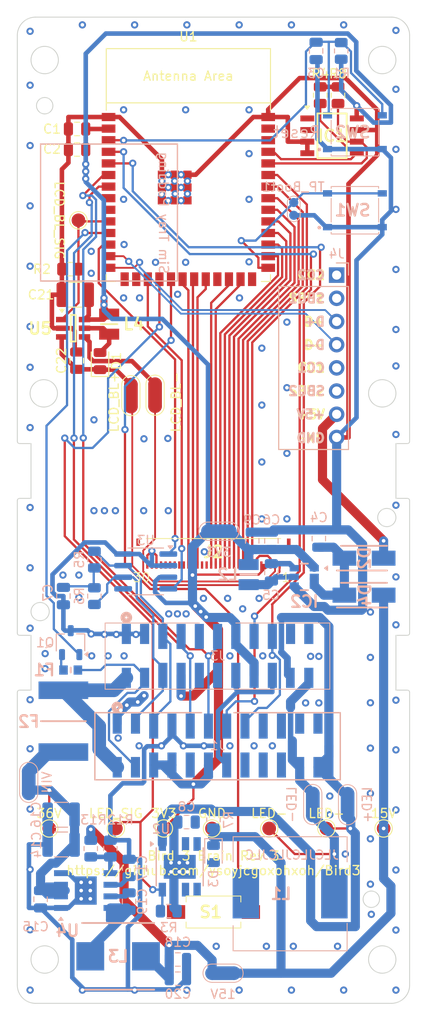
<source format=kicad_pcb>
(kicad_pcb (version 20240108) (generator "pcbnew") (generator_version "8.0")
  (layers (0 "F.Cu" signal) (31 "B.Cu" signal) (34 "B.Paste" user) (35 "F.Paste" user) (36 "B.SilkS" user "B.Silkscreen") (37 "F.SilkS" user "F.Silkscreen") (38 "B.Mask" user) (39 "F.Mask" user) (44 "Edge.Cuts" user))
  (net 0 "")
  (net 1 "/USB_D-")
  (net 2 "/USB_D+")
  (net 3 "+5V")
  (net 4 "/LCD_BL_SIG")
  (net 5 "GND")
  (net 6 "/LCD_BL+")
  (net 7 "/LCD_BL-")
  (net 8 "Net-(D1-A)")
  (net 9 "+3V3")
  (net 10 "/LED-")
  (net 11 "/LED_SIG")
  (net 12 "+36V")
  (net 13 "/CAN_L")
  (net 14 "/CAN_H")
  (net 15 "/BR2")
  (net 16 "/BR1")
  (net 17 "/THR1")
  (net 18 "/THR2")
  (net 24 "/LED+")
  (net 25 "/LCD_DB7")
  (net 26 "/LCD_DB6")
  (net 27 "/LCD_DB5")
  (net 28 "/LCD_DB4")
  (net 29 "/LCD_DB3")
  (net 30 "/LCD_DB2")
  (net 31 "/LCD_DB1")
  (net 32 "/LCD_DB0")
  (net 33 "/LCD_RD")
  (net 34 "/LCD_WR")
  (net 37 "/LCD_CS")
  (net 38 "/LCD_RS")
  (net 39 "/LCD_Reset")
  (net 47 "/ON{slash}OFF")
  (net 48 "Net-(U1-EN)")
  (net 49 "/CAN_TX")
  (net 52 "/CAN_RX")
  (net 56 "/SDA")
  (net 57 "/SCL")
  (net 61 "Net-(U4-FB)")
  (net 62 "Net-(U4-VCC)")
  (net 63 "Net-(U4-BOOT)")
  (net 64 "Net-(U4-SW)")
  (net 65 "Net-(C7-Pad1)")
  (net 66 "Net-(U1-GPIO0{slash}Strap)")
  (net 67 "Net-(D3-A)")
  (net 74 "Net-(Q1-S)")
  (net 76 "Net-(D1-K)")
  (net 79 "Net-(U4-EN)")
  (net 80 "Net-(C18-Pad1)")
  (net 85 "Net-(L1-Pad2)")
  (net 86 "Net-(U2-SET)")
  (net 87 "/PWR_ENA")
  (net 88 "/PWR_ENA_SIG")
  (net 89 "Net-(F2-Pad2)")
  (net 92 "+15V")
  (net 93 "Net-(IC2-SW)")
  (net 94 "Net-(IC2-BST)")
  (net 95 "Net-(IC2-FB)")
  (net 96 "Net-(U5-LED_RTN)")
  (net 97 "Net-(D2-K)")
  (footprint "Bird3Controller:Labeled_TestPoint_1.5mm" (layer "F.Cu") (at 188.108332 130.85)
    (property "Reference" "TP11" (hide yes))
    (property "Value" "LED-")
  )
  (footprint "Capacitor_SMD:C_1210_3225Metric" (layer "F.Cu") (at 166.85 72.4 180)
    (property "Reference" "C21")
    (property "Value" "4u7")
  )
  (footprint "Bird3Controller:PTS636SK43SMTRLFS" (layer "F.Cu") (at 182 140)
    (property "Reference" "S1")
    (property "Value" "PTS636_SK43_SMTR_LFS" (hide yes))
  )
  (footprint "Bird3Controller:TestPointBridge_2Pads_D1.5mm" (layer "F.Cu") (at 175.6 83.4 90)
    (property "Reference" "TP7" (hide yes))
    (property "Value" "LCD_BL-")
  )
  (footprint "Bird3Controller:Labeled_TestPoint_1.5mm" (layer "F.Cu") (at 176.568749 130.85)
    (property "Reference" "TP12" (hide yes))
    (property "Value" "3V3")
  )
  (footprint "Bird3Controller:Labeled_TestPoint_1.5mm" (layer "F.Cu") (at 164 130.85)
    (property "Reference" "TP8" (hide yes))
    (property "Value" "36V")
  )
  (footprint "Diode_SMD:D_0805_2012Metric" (layer "F.Cu") (at 169.566315 79.670144 90)
    (property "Reference" "D1")
    (property "Value" "D_Schottky_Small")
  )
  (footprint "Capacitor_SMD:C_0805_2012Metric" (layer "F.Cu") (at 167.05 56.5 180)
    (property "Reference" "C2")
    (property "Value" "22u")
  )
  (footprint "Bird3Controller:Labeled_TestPoint_1.5mm" (layer "F.Cu") (at 181.837499 130.85)
    (property "Reference" "TP15" (hide yes))
    (property "Value" "GND")
  )
  (footprint "Bird3Controller:INDC2520X100N" (layer "F.Cu") (at 170.566315 75.620144 -90)
    (property "Reference" "L4")
    (property "Value" "2u2" (hide yes))
  )
  (footprint "Bird3Controller:SOT95P280X110-6N" (layer "F.Cu") (at 166.616315 76.070144)
    (property "Reference" "U5")
    (property "Value" "LM3519MK-20_NOPB" (hide yes))
  )
  (footprint "Bird3Controller:ESP32-S3-WROOM-1" (layer "F.Cu") (at 179.25 61.2)
    (property "Reference" "U1")
    (property "Value" "ESP32-S3-WROOM-1")
  )
  (footprint "Resistor_SMD:R_0805_2012Metric" (layer "F.Cu") (at 195.65 50.55 -90)
    (property "Reference" "R8")
    (property "Value" "4k7")
  )
  (footprint "Capacitor_SMD:C_0805_2012Metric" (layer "F.Cu") (at 167.05 54.25 180)
    (property "Reference" "C1")
    (property "Value" "100n")
  )
  (footprint "Resistor_SMD:R_0805_2012Metric" (layer "F.Cu") (at 193.7 50.55 90)
    (property "Reference" "R4")
    (property "Value" "4k7")
  )
  (footprint "Bird3Controller:SOIC127P600X175-8N" (layer "F.Cu") (at 195 55)
    (property "Reference" "IC1")
    (property "Value" "M24C08-RMN6TP" (hide yes))
  )
  (footprint "Capacitor_SMD:C_0805_2012Metric" (layer "F.Cu") (at 167.016315 79.620144 90)
    (property "Reference" "C22")
    (property "Value" "1u")
  )
  (footprint "Bird3Controller:Labeled_TestPoint_1.5mm" (layer "F.Cu") (at 171.3 130.85)
    (property "Reference" "TP13" (hide yes))
    (property "Value" "LED_SIG")
  )
  (footprint "Bird3Controller:Labeled_TestPoint_1.5mm" (layer "F.Cu") (at 167.2 64.25)
    (property "Reference" "TP14" (hide yes))
    (property "Value" "LCD_BL_SIG")
  )
  (footprint "Bird3Controller:Labeled_TestPoint_1.5mm" (layer "F.Cu") (at 194.379165 130.85)
    (property "Reference" "TP10" (hide yes))
    (property "Value" "LED+")
  )
  (footprint "Bird3Controller:FH34SRJ30S05SH50" (layer "F.Cu") (at 182 102)
    (property "Reference" "J2")
    (property "Value" "TXW154028S0 Connector" (hide yes))
    (fp_line (start -21.25 -7.3) (end -20 -7.3) (stroke (width 0.1)) (layer "Edge.Cuts"))
    (fp_line (start -21.25 13.7) (end -20 13.7) (stroke (width 0.1)) (layer "Edge.Cuts"))
    (fp_line (start -20 -13.3) (end -21.25 -13.3) (stroke (width 0.1)) (layer "Edge.Cuts"))
    (fp_line (start -20 -7.3) (end -20 -13.3) (stroke (width 0.1)) (layer "Edge.Cuts"))
    (fp_line (start -20 7.7) (end -21.25 7.7) (stroke (width 0.1)) (layer "Edge.Cuts"))
    (fp_line (start -20 13.7) (end -20 7.7) (stroke (width 0.1)) (layer "Edge.Cuts"))
    (fp_line (start 20 -13.3) (end 20 -7.3) (stroke (width 0.1)) (layer "Edge.Cuts"))
    (fp_line (start 20 -7.3) (end 21.25 -7.3) (stroke (width 0.1)) (layer "Edge.Cuts"))
    (fp_line (start 20 7.7) (end 20 13.7) (stroke (width 0.1)) (layer "Edge.Cuts"))
    (fp_line (start 20 13.7) (end 21.25 13.7) (stroke (width 0.1)) (layer "Edge.Cuts"))
    (fp_line (start 21.25 -13.3) (end 20 -13.3) (stroke (width 0.1)) (layer "Edge.Cuts"))
    (fp_line (start 21.25 7.7) (end 20 7.7) (stroke (width 0.1)) (layer "Edge.Cuts"))
    (fp_arc (start -21.5 -7.05) (mid -21.426777 -7.226777) (end -21.25 -7.3) (stroke (width 0.1)) (layer "Edge.Cuts"))
    (fp_arc (start -21.5 13.95) (mid -21.426777 13.773223) (end -21.25 13.7) (stroke (width 0.1)) (layer "Edge.Cuts"))
    (fp_arc (start -21.25 -13.3) (mid -21.426777 -13.373223) (end -21.5 -13.55) (stroke (width 0.1)) (layer "Edge.Cuts"))
    (fp_arc (start -21.25 7.7) (mid -21.426777 7.626777) (end -21.5 7.45) (stroke (width 0.1)) (layer "Edge.Cuts"))
    (fp_arc (start 21.25 -7.3) (mid 21.426777 -7.226777) (end 21.5 -7.05) (stroke (width 0.1)) (layer "Edge.Cuts"))
    (fp_arc (start 21.25 13.7) (mid 21.426777 13.773223) (end 21.5 13.95) (stroke (width 0.1)) (layer "Edge.Cuts"))
    (fp_arc (start 21.5 -13.55) (mid 21.426777 -13.373223) (end 21.25 -13.3) (stroke (width 0.1)) (layer "Edge.Cuts"))
    (fp_arc (start 21.5 7.45) (mid 21.426777 7.626777) (end 21.25 7.7) (stroke (width 0.1)) (layer "Edge.Cuts"))
    (fp_circle (center -19 5.1) (end -18 5.1) (stroke (width 0.1)) (fill none) (layer "Edge.Cuts"))
    (fp_circle (center 19 -5.2) (end 20 -5.2) (stroke (width 0.1)) (fill none) (layer "Edge.Cuts"))
  )
  (footprint "Resistor_SMD:R_0805_2012Metric" (layer "F.Cu") (at 166.3 69.6)
    (property "Reference" "R2")
    (property "Value" "10k")
  )
  (footprint "Bird3Controller:Labeled_TestPoint_1.5mm" (layer "F.Cu") (at 200.65 130.85)
    (property "Reference" "TP9" (hide yes))
    (property "Value" "15V")
  )
  (footprint "Bird3Controller:TestPointBridge_2Pads_D1.5mm" (layer "F.Cu") (at 172.95 83.45 90)
    (property "Reference" "TP1" (hide yes))
    (property "Value" "LCD_BL+")
  )
  (footprint "Bird3Controller:FUSC7451X170N" (layer "B.Cu") (at 165.55 119.1 -90)
    (property "Reference" "F2")
    (property "Value" "0ZCF0100AF2A" (hide yes))
  )
  (footprint "Diode_SMD:D_0805_2012Metric" (layer "B.Cu") (at 182 133.65 -90)
    (property "Reference" "D3")
    (property "Value" "D_Schottky_Small")
  )
  (footprint "Resistor_SMD:R_0805_2012Metric" (layer "B.Cu") (at 168.55 133.05 90)
    (property "Reference" "R12")
    (property "Value" "100k")
  )
  (footprint "Bird3Controller:PTS526SK15SMTR2LFS" (layer "B.Cu") (at 197.5 54.6)
    (property "Reference" "SW2")
    (property "Value" "SW_Reset" (hide yes))
  )
  (footprint "Capacitor_SMD:C_1210_3225Metric" (layer "B.Cu") (at 165.3 129.35 180)
    (property "Reference" "C16")
    (property "Value" "4u7")
  )
  (footprint "Bird3Controller:Adafruit USB-C Breakout" (layer "B.Cu") (at 195.5 70.25 180)
    (property "Reference" "J4")
    (property "Value" "Adafruit USB-C Breakout")
  )
  (footprint "Bird3Controller:TestPointBridge_2Pads_D1.5mm" (layer "B.Cu") (at 183.05 146.7 180)
    (property "Reference" "TP2" (hide yes))
    (property "Value" "15V")
  )
  (footprint "Resistor_SMD:R_0805_2012Metric" (layer "B.Cu") (at 168.95 105.405 -90)
    (property "Reference" "R6")
    (property "Value" "60")
  )
  (footprint "Bird3Controller:SOIC127P600X170-9N" (layer "B.Cu") (at 168 137.65)
    (property "Reference" "U4")
    (property "Value" "LMR36520ADDAR" (hide yes))
  )
  (footprint "Resistor_SMD:R_0805_2012Metric" (layer "B.Cu") (at 182 129.9 90)
    (property "Reference" "R7")
    (property "Value" "0.200Ω")
  )
  (footprint "Bird3Controller:878322220" (layer "B.Cu") (at 182.45 111.95)
    (property "Reference" "J3")
    (property "Value" "87832-2220" (hide yes))
  )
  (footprint "Capacitor_SMD:C_0805_2012Metric" (layer "B.Cu") (at 188.35 99.35 90)
    (property "Reference" "C6")
    (property "Value" "22u")
  )
  (footprint "Bird3Controller:TestPointBridge_2Pads_D1.5mm" (layer "B.Cu") (at 161.75 125.8 90)
    (property "Reference" "TP3" (hide yes))
    (property "Value" "VIN")
  )
  (footprint "Bird3Controller:TestPointBridge_2Pads_D1.5mm" (layer "B.Cu") (at 182.6 98.3 180)
    (property "Reference" "TP6" (hide yes))
    (property "Value" "3V3")
  )
  (footprint "Bird3Controller:TestPointBridge_2Pads_D1.5mm" (layer "B.Cu") (at 196.7 128.25 90)
    (property "Reference" "TP4" (hide yes))
    (property "Value" "LED+")
  )
  (footprint "Bird3Controller:TestPointBridge_2Pads_D1.5mm" (layer "B.Cu") (at 192.885131 128.227239 90)
    (property "Reference" "TP5" (hide yes))
    (property "Value" "LED-")
  )
  (footprint "Bird3Controller:AP63203WU7" (layer "B.Cu") (at 191.95 103.3 -90)
    (property "Reference" "IC2")
    (property "Value" "AP63203WU-7" (hide yes))
  )
  (footprint "Bird3Controller:SRR1240270M" (layer "B.Cu") (at 190.4 138)
    (property "Reference" "L1")
    (property "Value" "100u" (hide yes))
  )
  (footprint "Capacitor_SMD:C_0805_2012Metric" (layer "B.Cu") (at 172.75 138.85 -90)
    (property "Reference" "C19")
    (property "Value" "100n")
  )
  (footprint "Capacitor_SMD:C_0805_2012Metric" (layer "B.Cu") (at 163.05 138.6 -90)
    (property "Reference" "C15")
    (property "Value" "220n")
  )
  (footprint "Capacitor_SMD:C_0805_2012Metric" (layer "B.Cu") (at 178.1 147.3)
    (property "Reference" "C20")
    (property "Value" "22u")
  )
  (footprint "Bird3Controller:DIOM5027X244M" (layer "B.Cu") (at 198.5 101.25)
    (property "Reference" "D2")
    (property "Value" "GS1J_R1_00001" (hide yes))
  )
  (footprint "Resistor_SMD:R_0805_2012Metric" (layer "B.Cu") (at 196 45.7 -90)
    (property "Reference" "R1")
    (property "Value" "4k7")
  )
  (footprint "Resistor_SMD:R_0805_2012Metric" (layer "B.Cu") (at 168.95 101.405 -90)
    (property "Reference" "R5")
    (property "Value" "60")
  )
  (footprint "Capacitor_SMD:C_0805_2012Metric" (layer "B.Cu") (at 193.55 99.1 90)
    (property "Reference" "C4")
    (property "Value" "10u")
  )
  (footprint "Bird3Controller:DIOM5027X244M" (layer "B.Cu") (at 198.5 105.3)
    (property "Reference" "D4")
    (property "Value" "GS1J_R1_00001" (hide yes))
  )
  (footprint "Capacitor_SMD:C_0805_2012Metric" (layer "B.Cu") (at 165.55 105.4 -90)
    (property "Reference" "C7")
    (property "Value" "4n7")
  )
  (footprint "Capacitor_SMD:C_0805_2012Metric" (layer "B.Cu") (at 179.05 130.15 180)
    (property "Reference" "C8")
    (property "Value" "10u")
  )
  (footprint "Bird3Controller:PTS526SK15SMTR2LFS" (layer "B.Cu") (at 197.5 63.15)
    (property "Reference" "SW1")
    (property "Value" "SW_Boot" (hide yes))
  )
  (footprint "Resistor_SMD:R_0805_2012Metric" (layer "B.Cu") (at 170.7 133.05 -90)
    (property "Reference" "R13")
    (property "Value" "7k15")
  )
  (footprint "Bird3Controller:INDC2520X120N" (layer "B.Cu") (at 185.85 103.05 90)
    (property "Reference" "L2")
    (property "Value" "MAMK2520H2R2M" (hide yes))
  )
  (footprint "Capacitor_SMD:C_0805_2012Metric" (layer "B.Cu") (at 193.25 45.7 90)
    (property "Reference" "C3")
    (property "Value" "100n")
  )
  (footprint "Bird3Controller:INDPM7973X540N" (layer "B.Cu") (at 171.55 144.85)
    (property "Reference" "L3")
    (property "Value" "33u" (hide yes))
  )
  (footprint "Resistor_SMD:R_0805_2012Metric" (layer "B.Cu") (at 177.1 139.9 180)
    (property "Reference" "R3")
    (property "Value" "10k")
  )
  (footprint "Package_SO:SOIC-8_3.9x4.9mm_P1.27mm" (layer "B.Cu") (at 174.575 102.7 180)
    (property "Reference" "U3")
    (property "Value" "SN65HVD231")
  )
  (footprint "Bird3Controller:Diodes_SO-8EP" (layer "B.Cu") (at 178.3 135.05 -90)
    (property "Reference" "U2")
    (property "Value" "~")
  )
  (footprint "Bird3Controller:CONN_87832-2420_MOL" (layer "B.Cu") (at 182.45 121.77)
    (property "Reference" "J1")
    (property "Value" "Bird 3 24-pin Connector")
  )
  (footprint "Package_TO_SOT_SMD:TSOT-23" (layer "B.Cu") (at 166.35 110.5 90)
    (property "Reference" "Q1")
    (property "Value" "2N7002A")
  )
  (footprint "Bird3Controller:TestPoint_2Pads_D1.0mm" (layer "B.Cu") (at 190.8 63 90)
    (property "Reference" "TP_Boot1")
    (property "Value" "TestPoint_2Pole" (hide yes))
  )
  (footprint "Capacitor_SMD:C_0805_2012Metric" (layer "B.Cu") (at 186.25 99.35 90)
    (property "Reference" "C9")
    (property "Value" "22u")
  )
  (footprint "Capacitor_SMD:C_0805_2012Metric" (layer "B.Cu") (at 172.75 135.173828 90)
    (property "Reference" "C17")
    (property "Value" "1u")
  )
  (footprint "Capacitor_SMD:C_1210_3225Metric" (layer "B.Cu") (at 165.3 132.6 180)
    (property "Reference" "C14")
    (property "Value" "4u7")
  )
  (footprint "Bird3Controller:FUSC1607X85N" (layer "B.Cu") (at 166.35 113.5)
    (property "Reference" "F1")
    (property "Value" "Polyfuse_Small" (hide yes))
  )
  (footprint "Capacitor_SMD:C_0805_2012Metric" (layer "B.Cu") (at 178.1 145.2)
    (property "Reference" "C18")
    (property "Value" "22u")
  )
  (footprint "Capacitor_SMD:C_0805_2012Metric" (layer "B.Cu") (at 188.35 102.8 -90)
    (property "Reference" "C5")
    (property "Value" "100n")
  )
  (gr_rect (start 163.05 55.9) (end 178.05 70.9) (stroke (width 0.15)) (fill none) (layer "B.SilkS"))
  (gr_line (start 160.5 88.45) (end 160.5 44) (stroke (width 0.1)) (layer "Edge.Cuts"))
  (gr_circle (center 163.4 83.2) (end 161.9 83.2) (stroke (width 0.1)) (fill none) (layer "Edge.Cuts"))
  (gr_line (start 201.5 42) (end 162.5 42) (stroke (width 0.1)) (layer "Edge.Cuts"))
  (gr_circle (center 199.3 138.6) (end 200.2 138.6) (stroke (width 0.1)) (fill none) (layer "Edge.Cuts"))
  (gr_arc (start 160.5 44) (mid 161.085786 42.585786) (end 162.5 42) (stroke (width 0.1)) (layer "Edge.Cuts"))
  (gr_line (start 160.5 148) (end 160.5 115.95) (stroke (width 0.1)) (layer "Edge.Cuts"))
  (gr_arc (start 201.5 42) (mid 202.914214 42.585786) (end 203.5 44) (stroke (width 0.1)) (layer "Edge.Cuts"))
  (gr_line (start 203.5 115.95) (end 203.5 148) (stroke (width 0.1)) (layer "Edge.Cuts"))
  (gr_line (start 203.5 44) (end 203.5 88.45) (stroke (width 0.1)) (layer "Edge.Cuts"))
  (gr_arc (start 203.5 148) (mid 202.914214 149.414214) (end 201.5 150) (stroke (width 0.1)) (layer "Edge.Cuts"))
  (gr_circle (center 163.5 145.2) (end 165 145.2) (stroke (width 0.1)) (fill none) (layer "Edge.Cuts"))
  (gr_line (start 201.5 150) (end 162.5 150) (stroke (width 0.1)) (layer "Edge.Cuts"))
  (gr_circle (center 163.5 51.7) (end 164.4 51.7) (stroke (width 0.1)) (fill none) (layer "Edge.Cuts"))
  (gr_line (start 160.5 109.45) (end 160.5 94.95) (stroke (width 0.1)) (layer "Edge.Cuts"))
  (gr_arc (start 162.5 150) (mid 161.085786 149.414214) (end 160.5 148) (stroke (width 0.1)) (layer "Edge.Cuts"))
  (gr_circle (center 200.5 46.7) (end 199 46.7) (stroke (width 0.1)) (fill none) (layer "Edge.Cuts"))
  (gr_line (start 203.5 94.95) (end 203.5 109.45) (stroke (width 0.1)) (layer "Edge.Cuts"))
  (gr_circle (center 200.5 145.2) (end 199 145.2) (stroke (width 0.1)) (fill none) (layer "Edge.Cuts"))
  (gr_circle (center 200.5 83.2) (end 199 83.2) (stroke (width 0.1)) (fill none) (layer "Edge.Cuts"))
  (gr_circle (center 163.5 46.7) (end 165 46.7) (stroke (width 0.1)) (fill none) (layer "Edge.Cuts"))
  (gr_text "Sim Tray Padding" (at 175.95 70.2 -90) (layer "B.SilkS") (effects (font (size 1 1)) (justify left bottom mirror)))
  (gr_text "JLCJLCJLCJLC" (at 190.6 133.75 -0) (layer "B.SilkS") (effects (font (size 1 1)) (justify mirror)))
  (gr_text "Bird 3 Brain Rev 3\nhttps://github.com/ysoyjcgoxohxoh/Bird3\n" (at 182 134.65 0) (layer "F.SilkS") (effects (font (size 1 1))))
  (segment (start 172.7125 68.75) (end 172.1425 68.18) (width 0.2) (layer "F.Cu") (net 1))
  (segment (start 172.1425 68.18) (end 170.5 68.18) (width 0.2) (layer "F.Cu") (net 1))
  (via (at 172.7125 68.75) (size 0.8) (drill 0.4) (layers "F.Cu" "B.Cu") (net 1))
  (segment (start 192.105 74.475) (end 195.5 77.87) (width 0.2) (layer "B.Cu") (net 1))
  (segment (start 172.7125 68.7625) (end 178.425001 74.475) (width 0.2) (layer "B.Cu") (net 1))
  (segment (start 178.425001 74.475) (end 192.105 74.475) (width 0.2) (layer "B.Cu") (net 1))
  (segment (start 172.7125 68.75) (end 172.7125 68.7625) (width 0.2) (layer "B.Cu") (net 1))
  (segment (start 173.3 69.45) (end 170.5 69.45) (width 0.2) (layer "F.Cu") (net 2))
  (segment (start 173.9 68.85) (end 173.3 69.45) (width 0.2) (layer "F.Cu") (net 2))
  (via (at 173.9 68.85) (size 0.8) (drill 0.4) (layers "F.Cu" "B.Cu") (net 2))
  (segment (start 173.9 68.85) (end 173.9 69.384314) (width 0.2) (layer "B.Cu") (net 2))
  (segment (start 178.590686 74.075) (end 194.245 74.075) (width 0.2) (layer "B.Cu") (net 2))
  (segment (start 173.9 69.384314) (end 178.590686 74.075) (width 0.2) (layer "B.Cu") (net 2))
  (segment (start 194.245 74.075) (end 195.5 75.33) (width 0.2) (layer "B.Cu") (net 2))
  (segment (start 193.95 92.65) (end 193.95 87.04) (width 1) (layer "F.Cu") (net 3))
  (segment (start 200.65 99.35) (end 193.95 92.65) (width 1) (layer "F.Cu") (net 3))
  (segment (start 193.95 87.04) (end 195.5 85.49) (width 1) (layer "F.Cu") (net 3))
  (via (at 200.65 99.35) (size 0.8) (drill 0.4) (layers "F.Cu" "B.Cu") (net 3))
  (segment (start 200.65 99.35) (end 200.65 101.25) (width 1) (layer "B.Cu") (net 3))
  (segment (start 167.2 64.37) (end 167.2 69.5875) (width 0.25) (layer "F.Cu") (net 4))
  (segment (start 170.5 64.37) (end 167.2 64.37) (width 0.25) (layer "F.Cu") (net 4))
  (segment (start 167.2125 69.6) (end 167.2125 73.273959) (width 0.25) (layer "F.Cu") (net 4))
  (segment (start 167.2125 73.273959) (end 165.366315 75.120144) (width 0.25) (layer "F.Cu") (net 4))
  (segment (start 167.2 69.5875) (end 167.2125 69.6) (width 0.25) (layer "F.Cu") (net 4))
  (segment (start 174.75 102) (end 174.75 100.95) (width 0.25) (layer "F.Cu") (net 5))
  (segment (start 166.11 52.94) (end 170.5 52.94) (width 0.5) (layer "F.Cu") (net 5))
  (segment (start 166.1 52.95) (end 166.11 52.94) (width 0.5) (layer "F.Cu") (net 5))
  (segment (start 192.288 55.635) (end 192.288 56.905) (width 0.5) (layer "F.Cu") (net 5))
  (segment (start 197.712 54.365) (end 199.935 54.365) (width 0.5) (layer "F.Cu") (net 5))
  (segment (start 165.3875 72.3875) (end 165.375 72.4) (width 0.5) (layer "F.Cu") (net 5))
  (segment (start 166.491315 76.070144) (end 166.791315 76.370144) (width 0.5) (layer "F.Cu") (net 5))
  (segment (start 165.3875 69.6) (end 165.3875 72.3875) (width 0.5) (layer "F.Cu") (net 5))
  (segment (start 180.052 59.26) (end 186.372 52.94) (width 0.5) (layer "F.Cu") (net 5))
  (segment (start 199.95 52.15) (end 199.95 54.35) (width 0.5) (layer "F.Cu") (net 5))
  (segment (start 176.35 57.5881) (end 176.35 59.26) (width 0.5) (layer "F.Cu") (net 5))
  (segment (start 196.475 48.675) (end 199.95 52.15) (width 0.5) (layer "F.Cu") (net 5))
  (segment (start 164.491315 76.070144) (end 165.366315 76.070144) (width 0.5) (layer "F.Cu") (net 5))
  (segment (start 188.25 101.3) (end 187.95 101) (width 0.25) (layer "F.Cu") (net 5))
  (segment (start 170.5 52.94) (end 171.702 52.94) (width 0.5) (layer "F.Cu") (net 5))
  (segment (start 199.95 57.113173) (end 199.95 52.15) (width 0.5) (layer "F.Cu") (net 5))
  (segment (start 196.8 88.03) (end 196.8 60.263173) (width 0.5) (layer "F.Cu") (net 5))
  (segment (start 179.15 62.06) (end 176.35 62.06) (width 0.5) (layer "F.Cu") (net 5))
  (segment (start 174.75 100.95) (end 175.25 100.45) (width 0.25) (layer "F.Cu") (net 5))
  (segment (start 166.1 54.25) (end 166.1 56.5) (width 0.5) (layer "F.Cu") (net 5))
  (segment (start 188 52.94) (end 190.15 52.94) (width 0.5) (layer "F.Cu") (net 5))
  (segment (start 186.372 52.94) (end 188 52.94) (width 0.5) (layer "F.Cu") (net 5))
  (segment (start 195.5 88.03) (end 196.8 88.03) (width 0.5) (layer "F.Cu") (net 5))
  (segment (start 171.702 52.94) (end 176.35 57.5881) (width 0.5) (layer "F.Cu") (net 5))
  (segment (start 164.291315 72.4) (end 164.291315 75.870144) (width 0.5) (layer "F.Cu") (net 5))
  (segment (start 165.375 72.4) (end 164.291315 72.4) (width 0.5) (layer "F.Cu") (net 5))
  (segment (start 166.791315 76.370144) (end 166.791315 78.445144) (width 0.5) (layer "F.Cu") (net 5))
  (segment (start 165.3875 69.6) (end 165.3875 58.6625) (width 0.5) (layer "F.Cu") (net 5))
  (segment (start 186.75 101.3) (end 186.75 102) (width 0.25) (layer "F.Cu") (net 5))
  (segment (start 187.05 101) (end 186.75 101.3) (width 0.25) (layer "F.Cu") (net 5))
  (segment (start 166.1 57.95) (end 166.1 56.5) (width 0.5) (layer "F.Cu") (net 5))
  (segment (start 188 52.12) (end 191.445 48.675) (width 0.5) (layer "F.Cu") (net 5))
  (segment (start 179.15 59.26) (end 180.052 59.26) (width 0.5) (layer "F.Cu") (net 5))
  (segment (start 175.75 100.95) (end 175.25 100.45) (width 0.25) (layer "F.Cu") (net 5))
  (segment (start 190.15 52.94) (end 190.15 55.635) (width 0.5) (layer "F.Cu") (net 5))
  (segment (start 164.291315 75.870144) (end 164.491315 76.070144) (width 0.5) (layer "F.Cu") (net 5))
  (segment (start 196.8 60.263173) (end 199.95 57.113173) (width 0.5) (layer "F.Cu") (net 5))
  (segment (start 166.791315 78.445144) (end 167.016315 78.670144) (width 0.5) (layer "F.Cu") (net 5))
  (segment (start 191.445 48.675) (end 196.475 48.675) (width 0.5) (layer "F.Cu") (net 5))
  (segment (start 177.75 62.06) (end 177.75 59.26) (width 0.5) (layer "F.Cu") (net 5))
  (segment (start 165.3875 58.6625) (end 166.1 57.95) (width 0.5) (layer "F.Cu") (net 5))
  (segment (start 190.15 55.635) (end 192.288 55.635) (width 0.5) (layer "F.Cu") (net 5))
  (segment (start 175.75 102) (end 175.75 100.95) (width 0.25) (layer "F.Cu") (net 5))
  (segment (start 165.366315 76.070144) (end 166.491315 76.070144) (width 0.5) (layer "F.Cu") (net 5))
  (segment (start 188 52.94) (end 188 52.12) (width 0.5) (layer "F.Cu") (net 5))
  (segment (start 188.25 102) (end 188.25 101.3) (width 0.25) (layer "F.Cu") (net 5))
  (segment (start 166.1 54.25) (end 166.1 52.95) (width 0.5) (layer "F.Cu") (net 5))
  (segment (start 187.95 101) (end 187.05 101) (width 0.25) (layer "F.Cu") (net 5))
  (segment (start 179.15 60.66) (end 176.35 60.66) (width 0.5) (layer "F.Cu") (net 5))
  (segment (start 199.935 54.365) (end 199.95 54.35) (width 0.5) (layer "F.Cu") (net 5))
  (via (at 161.9 69.275) (size 0.8) (drill 0.4) (layers "F.Cu" "B.Cu") (net 5))
  (via (at 202 122.243326) (size 0.8) (drill 0.4) (layers "F.Cu" "B.Cu") (net 5))
  (via (at 170.05 109.6) (size 0.8) (drill 0.4) (layers "F.Cu" "B.Cu") (net 5))
  (via (at 190.05 82.583333) (size 0.8) (drill 0.4) (layers "F.Cu" "B.Cu") (net 5))
  (via (at 178.25 135.6) (size 0.8) (drill 0.4) (layers "F.Cu" "B.Cu") (net 5))
  (via (at 177.05 60.65) (size 0.8) (drill 0.4) (layers "F.Cu" "B.Cu") (net 5))
  (via (at 178.95 68.85) (size 0.8) (drill 0.4) (layers "F.Cu" "B.Cu") (net 5))
  (via (at 172.15 72.75) (size 0.8) (drill 0.4) (layers "F.Cu" "B.Cu") (net 5))
  (via (at 190.05 75.4) (size 0.8) (drill 0.4) (layers "F.Cu" "B.Cu") (net 5))
  (via (at 187.8 143.75) (size 0.8) (drill 0.4) (layers "F.Cu" "B.Cu") (net 5))
  (via (at 192.1 117.1) (size 0.8) (drill 0.4) (layers "F.Cu" "B.Cu") (net 5))
  (via (at 178.7 121.8) (size 0.8) (drill 0.4) (layers "F.Cu" "B.Cu") (net 5))
  (via (at 161.9 108.9125) (size 0.8) (drill 0.4) (layers "F.Cu" "B.Cu") (net 5))
  (via (at 172.2 111.95) (size 0.8) (drill 0.4) (layers "F.Cu" "B.Cu") (net 5))
  (via (at 167.628571 42.85) (size 0.8) (drill 0.4) (layers "F.Cu" "B.Cu") (net 5))
  (via (at 179.15 61.35) (size 0.8) (drill 0.4) (layers "F.Cu" "B.Cu") (net 5))
  (via (at 172.15 52.15) (size 0.8) (drill 0.4) (layers "F.Cu" "B.Cu") (net 5))
  (via (at 202 116.8) (size 0.8) (drill 0.4) (layers "F.Cu" "B.Cu") (net 5))
  (via (at 176.35 61.4) (size 0.8) (drill 0.4) (layers "F.Cu" "B.Cu") (net 5))
  (via (at 173.357142 42.85) (size 0.8) (drill 0.4) (layers "F.Cu" "B.Cu") (net 5))
  (via (at 178.45 59.25) (size 0.8) (drill 0.4) (layers "F.Cu" "B.Cu") (net 5))
  (via (at 167.25 105.55) (size 0.8) (drill 0.4) (layers "F.Cu" "B.Cu") (net 5))
  (via (at 202 49.9) (size 0.8) (drill 0.4) (layers "F.Cu" "B.Cu") (net 5))
  (via (at 168.6 70.05) (size 0.8) (drill 0.4) (layers "F.Cu" "B.Cu") (net 5))
  (via (at 168.5 136.75) (size 0.8) (drill 0.4) (layers "F.Cu" "B.Cu") (net 5))
  (via (at 187.3 78.25) (size 0.8) (drill 0.4) (layers "F.Cu" "B.Cu") (net 5))
  (via (at 161.9 102.30625) (size 0.8) (drill 0.4) (layers "F.Cu" "B.Cu") (net 5))
  (via (at 167.5 138.55) (size 0.8) (drill 0.4) (layers "F.Cu" "B.Cu") (net 5))
  (via (at 173.9 72.75) (size 0.8) (drill 0.4) (layers "F.Cu" "B.Cu") (net 5))
  (via (at 161.9 80.34375) (size 0.8) (drill 0.4) (layers "F.Cu" "B.Cu") (net 5))
  (via (at 190.75 143.75) (size 0.8) (drill 0.4) (layers "F.Cu" "B.Cu") (net 5))
  (via (at 161.9 49.45625) (size 0.8) (drill 0.4) (layers "F.Cu" "B.Cu") (net 5))
  (via (at 202 63.053332) (size 0.8) (drill 0.4) (layers "F.Cu" "B.Cu") (net 5))
  (via (at 172.2 66.9) (size 0.8) (drill 0.4) (layers "F.Cu" "B.Cu") (net 5))
  (via (at 185.2 106.8) (size 0.8) (drill 0.4) (layers "F.Cu" "B.Cu") (net 5))
  (via (at 161.9 135.3375) (size 0.8) (drill 0.4) (layers "F.Cu" "B.Cu") (net 5))
  (via (at 187.3 90.716666) (size 0.8) (drill 0.4) (layers "F.Cu" "B.Cu") (net 5))
  (via (at 177.1 107.35) (size 0.8) (drill 0.4) (layers "F.Cu" "B.Cu") (net 5))
  (via (at 167.628571 148.55) (size 0.8) (drill 0.4) (layers "F.Cu" "B.Cu") (net 5))
  (via (at 161.9 43.55) (size 0.8) (drill 0.4) (layers "F.Cu" "B.Cu") (net 5))
  (via (at 178.25 134.6) (size 0.8) (drill 0.4) (layers "F.Cu" "B.Cu") (net 5))
  (via (at 184.814284 148.55) (size 0.8) (drill 0.4) (layers "F.Cu" "B.Cu") (net 5))
  (via (at 192.65 112) (size 0.8) (drill 0.4) (layers "F.Cu" "B.Cu") (net 5))
  (via (at 196.45 133.65) (size 0.8) (drill 0.4) (layers "F.Cu" "B.Cu") (net 5))
  (via (at 177.05 62.1) (size 0.8) (drill 0.4) (layers "F.Cu" "B.Cu") (net 5))
  (via (at 196.271426 42.85) (size 0.8) (drill 0.4) (layers "F.Cu" "B.Cu") (net 5))
  (via (at 170.45 111.95) (size 0.8) (drill 0.4) (layers "F.Cu" "B.Cu") (net 5))
  (via (at 167.5 136.75) (size 0.8) (drill 0.4) (layers "F.Cu" "B.Cu") (net 5))
  (via (at 161.9 148.55) (size 0.8) (drill 0.4) (layers "F.Cu" "B.Cu") (net 5))
  (via (at 175.65 68.85) (size 0.8) (drill 0.4) (layers "F.Cu" "B.Cu") (net 5))
  (via (at 172.5 117.35) (size 0.8) (drill 0.4) (layers "F.Cu" "B.Cu") (net 5))
  (via (at 175.25 100.45) (size 0.8) (drill 0.4) (layers "F.Cu" "B.Cu") (net 5))
  (via (at 161.9 95.7) (size 0.8) (drill 0.4) (layers "F.Cu" "B.Cu") (net 5))
  (via (at 161.9 86.95) (size 0.8) (drill 0.4) (layers "F.Cu" "B.Cu") (net 5))
  (via (at 176.35 59.95) (size 0.8) (drill 0.4) (layers "F.Cu" "B.Cu") (net 5))
  (via (at 161.9 116.75) (size 0.8) (drill 0.4) (layers "F.Cu" "B.Cu") (net 5))
  (via (at 187 105.65) (size 0.8) (drill 0.4) (layers "F.Cu" "B.Cu") (net 5))
  (via (at 171.55 120.95) (size 0.8) (drill 0.4) (layers "F.Cu" "B.Cu") (net 5))
  (via (at 195.6 143.75) (size 0.8) (drill 0.4) (layers "F.Cu" "B.Cu") (net 5))
  (via (at 168.65 111.95) (size 0.8) (drill 0.4) (layers "F.Cu" "B.Cu") (net 5))
  (via (at 183.55 105.65) (size 0.8) (drill 0.4) (layers "F.Cu" "B.Cu") (net 5))
  (via (at 168.5 137.65) (size 0.8) (drill 0.4) (layers "F.Cu" "B.Cu") (net 5))
  (via (at 170.05 96.05) (size 0.8) (drill 0.4) (layers "F.Cu" "B.Cu") (net 5))
  (via (at 180.9 105.65) (size 0.8) (drill 0.4) (layers "F.Cu" "B.Cu") (net 5))
  (via (at 167.25 103.1) (size 0.8) (drill 0.4) (layers "F.Cu" "B.Cu") (net 5))
  (via (at 163.55 113.35) (size 0.8) (drill 0.4) (layers "F.Cu" "B.Cu") (net 5))
  (via (at 202 128.819992) (size 0.8) (drill 0.4) (layers "F.Cu" "B.Cu") (net 5))
  (via (at 168.6 109.55) (size 0.8) (drill 0.4) (layers "F.Cu" "B.Cu") (net 5))
  (via (at 173.5 109.6) (size 0.8) (drill 0.4) (layers "F.Cu" "B.Cu") (net 5))
  (via (at 163.55 111.7) (size 0.8) (drill 0.4) (layers "F.Cu" "B.Cu") (net 5))
  (via (at 177.05 96.05) (size 0.8) (drill 0.4) (layers "F.Cu" "B.Cu") (net 5))
  (via (at 202 148.55) (size 0.8) (drill 0.4) (layers "F.Cu" "B.Cu") (net 5))
  (via (at 165.5 103.1) (size 0.8) (drill 0.4) (layers "F.Cu" "B.Cu") (net 5))
  (via (at 193.55 117.1) (size 0.8) (drill 0.4) (layers "F.Cu" "B.Cu") (net 5))
  (via (at 202 69.629998) (size 0.8) (drill 0.4) (layers "F.Cu" "B.Cu") (net 5))
  (via (at 179 107.35) (size 0.8) (drill 0.4) (layers "F.Cu" "B.Cu") (net 5))
  (via (at 179.085713 42.85) (size 0.8) (drill 0.4) (layers "F.Cu" "B.Cu") (net 5))
  (via (at 190.05 96.95) (size 0.8) (drill 0.4) (layers "F.Cu" "B.Cu") (net 5))
  (via (at 161.9 75.88125) (size 0.8) (drill 0.4) (layers "F.Cu" "B.Cu") (net 5))
  (via (at 180.95 121.8) (size 0.8) (drill 0.4) (layers "F.Cu" "B.Cu") (net 5))
  (via (at 202 135.396658) (size 0.8) (drill 0.4) (layers "F.Cu" "B.Cu") (net 5))
  (via (at 196.271426 148.55) (size 0.8) (drill 0.4) (layers "F.Cu" "B.Cu") (net 5))
  (via (at 176.3 121.8) (size 0.8) (drill 0.4) (layers "F.Cu" "B.Cu") (net 5))
  (via (at 172.15 61.95) (size 0.8) (drill 0.4) (layers "F.Cu" "B.Cu") (net 5))
  (via (at 177.05 59.25) (size 0.8) (drill 0.4) (layers "F.Cu" "B.Cu") (net 5))
  (via (at 202 56.476666) (size 0.8) (drill 0.4) (layers "F.Cu" "B.Cu") (net 5))
  (via (at 199.2 107.15) (size 0.8) (drill 0.4) (layers "F.Cu" "B.Cu") (net 5))
  (via (at 168.6 67.65) (size 0.8) (drill 0.4) (layers "F.Cu" "B.Cu") (net 5))
  (via (at 183.8 121.8) (size 0.8) (drill 0.4) (layers "F.Cu" "B.Cu") (net 5))
  (via (at 202 95.45) (size 0.8) (drill 0.4) (layers "F.Cu" "B.Cu") (net 5))
  (via (at 194.75 127.3) (size 0.8) (drill 0.4) (layers "F.Cu" "B.Cu") (net 5))
  (via (at 190.542855 42.85) (size 0.8) (drill 0.4) (layers "F.Cu" "B.Cu") (net 5))
  (via (at 161.9 56.0625) (size 0.8) (drill 0.4) (layers "F.Cu" "B.Cu") (net 5))
  (via (at 185.9 52.15) (size 0.8) (drill 0.4) (layers "F.Cu" "B.Cu") (net 5))
  (via (at 161.9 141.94375) (size 0.8) (drill 0.4) (layers "F.Cu" "B.Cu") (net 5))
  (via (at 179.085713 148.55) (size 0.8) (drill 0.4) (layers "F.Cu" "B.Cu") (net 5))
  (via (at 199.2 136.95) (size 0.8) (drill 0.4) (layers "F.Cu" "B.Cu") (net 5))
  (via (at 187.3 84.483333) (size 0.8) (drill 0.4) (layers "F.Cu" "B.Cu") (net 5))
  (via (at 161.9 62.66875) (size 0.8) (drill 0.4) (layers "F.Cu" "B.Cu") (net 5))
  (via (at 178.45 62.1) (size 0.8) (drill 0.4) (layers "F.Cu" "B.Cu") (net 5))
  (via (at 202 87.7) (size 0.8) (drill 0.4) (layers "F.Cu" "B.Cu") (net 5))
  (via (at 177 88.1345) (size 0.8) (drill 0.4) (layers "F.Cu" "B.Cu") (net 5))
  (via (at 167.5 137.65) (size 0.8) (drill 0.4) (layers "F.Cu" "B.Cu") (net 5))
  (via (at 199.2 117.083332) (size 0.8) (drill 0.4) (layers "F.Cu" "B.Cu") (net 5))
  (via (at 174.38 88.178998) (size 0.8) (drill 0.4) (layers "F.Cu" "B.Cu") (net 5))
  (via (at 177.35 134.6) (size 0.8) (drill 0.4) (layers "F.Cu" "B.Cu") (net 5))
  (via (at 161.9 122.125) (size 0.8) (drill 0.4) (layers "F.Cu" "B.Cu") (net 5))
  (via (at 202 103.3) (size 0.8) (drill 0.4) (layers "F.Cu" "B.Cu") (net 5))
  (via (at 199.2 127.016664) (size 0.8) (drill 0.4) (layers "F.Cu" "B.Cu") (net 5))
  (via (at 174.35 96.05) (size 0.8) (drill 0.4) (layers "F.Cu" "B.Cu") (net 5))
  (via (at 185.9 68.8) (size 0.8) (drill 0.4) (layers "F.Cu" "B.Cu") (net 5))
  (via (at 202 141.973324) (size 0.8) (drill 0.4) (layers "F.Cu" "B.Cu") (net 5))
  (via (at 188.45 121.8) (size 0.8) (drill 0.4) (layers "F.Cu" "B.Cu") (net 5))
  (via (at 178.95 52.15) (size 0.8) (drill 0.4) (layers "F.Cu" "B.Cu") (net 5))
  (via (at 178.45 60.65) (size 0.8) (drill 0.4) (layers "F.Cu" "B.Cu") (net 5))
  (via (at 178.05 107.35) (size 0.8) (drill 0.4) (layers "F.Cu" "B.Cu") (net 5))
  (via (at 190.542855 148.55) (size 0.8) (drill 0.4) (layers "F.Cu" "B.Cu") (net 5))
  (via (at 174.4 116.3) (size 0.8) (drill 0.4) (layers "F.Cu" "B.Cu") (net 5))
  (via (at 171.35 109.6) (size 0.8) (drill 0.4) (layers "F.Cu" "B.Cu") (net 5))
  (via (at 179.15 59.95) (size 0.8) (drill 0.4) (layers "F.Cu" "B.Cu") (net 5))
  (via (at 202 76.206664) (size 0.8) (drill 0.4) (layers "F.Cu" "B.Cu") (net 5))
  (via (at 186.45 121.8) (size 0.8) (drill 0.4) (layers "F.Cu" "B.Cu") (net 5))
  (via (at 193.55 112) (size 0.8) (drill 0.4) (layers "F.Cu" "B.Cu") (net 5))
  (via (at 185.9 61.95) (size 0.8) (drill 0.4) (layers "F.Cu" "B.Cu") (net 5))
  (via (at 202 80.2) (size 0.8) (drill 0.4) (layers "F.Cu" "B.Cu") (net 5))
  (via (at 187.3 96.95) (size 0.8) (drill 0.4) (layers "F.Cu" "B.Cu") (net 5))
  (via (at 185.9 56.95) (size 0.8) (drill 0.4) (layers "F.Cu" "B.Cu") (net 5))
  (via (at 173.85 121.8) (size 0.8) (drill 0.4) (layers "F.Cu" "B.Cu") (net 5))
  (via (at 178.07 72.35) (size 0.8) (drill 0.4) (layers "F.Cu" "B.Cu") (net 5))
  (via (at 202 43.45) (size 0.8) (drill 0.4) (layers "F.Cu" "B.Cu") (net 5))
  (via (at 202 108.55) (size 0.8) (drill 0.4) (layers "F.Cu" "B.Cu") (net 5))
  (via (at 177.75 59.95) (size 0.8) (drill 0.4) (layers "F.Cu" "B.Cu") (net 5))
  (via (at 184.85 72.75) (size 0.8) (drill 0.4) (layers "F.Cu" "B.Cu") (net 5))
  (via (at 173.7 117) (size 0.8) (drill 0.4) (layers "F.Cu" "B.Cu") (net 5))
  (via (at 190.05 89.766666) (size 0.8) (drill 0.4) (layers "F.Cu" "B.Cu") (net 5))
  (via (at 181 100.55) (size 0.8) (drill 0.4) (layers "F.Cu" "B.Cu") (net 5))
  (via (at 179.15 135.6) (size 0.8) (drill 0.4) (layers "F.Cu" "B.Cu") (net 5))
  (via (at 168.5 138.55) (size 0.8) (drill 0.4) (layers "F.Cu" "B.Cu") (net 5))
  (via (at 187.4 111.95) (size 0.8) (drill 0.4) (layers "F.Cu" "B.Cu") (net 5))
  (via (at 199.2 122.049998) (size 0.8) (drill 0.4) (layers "F.Cu" "B.Cu") (net 5))
  (via (at 168.9 86.1) (size 0.8) (drill 0.4) (layers "F.Cu" "B.Cu") (net 5))
  (via (at 199.3 140.25) (size 0.8) (drill 0.4) (layers "F.Cu" "B.Cu") (net 5))
  (via (at 177.8 61.35) (size 0.8) (drill 0.4) (layers "F.Cu" "B.Cu") (net 5))
  (via (at 177.35 135.6) (size 0.8) (drill 0.4) (layers "F.Cu" "B.Cu") (net 5))
  (via (at 171.85 117.9) (size 0.8) (drill 0.4) (layers "F.Cu" "B.Cu") (net 5))
  (via (at 161.9 128.73125) (size 0.8) (drill 0.4) (layers "F.Cu" "B.Cu") (net 5))
  (via (at 194.75 129.35) (size 0.8) (drill 0.4) (layers "F.Cu" "B.Cu") (net 5))
  (via (at 168.9 96.05) (size 0.8) (drill 0.4) (layers "F.Cu" "B.Cu") (net 5))
  (via (at 199.2 131.98333) (size 0.8) (drill 0.4) (layers "F.Cu" "B.Cu") (net 5))
  (via (at 179.15 134.6) (size 0.8) (drill 0.4) (layers "F.Cu" "B.Cu") (net 5))
  (via (at 199.2 112.116666) (size 0.8) (drill 0.4) (layers "F.Cu" "B.Cu") (net 5))
  (via (at 183.8 111.95) (size 0.8) (drill 0.4) (layers "F.Cu" "B.Cu") (net 5))
  (via (at 171.25 96.05) (size 0.8) (drill 0.4) (layers "F.Cu" "B.Cu") (net 5))
  (via (at 173.357142 148.55) (size 0.8) (drill 0.4) (layers "F.Cu" "B.Cu") (net 5))
  (via (at 182.3 143.75) (size 0.8) (drill 0.4) (layers "F.Cu" "B.Cu") (net 5))
  (via (at 184.814284 42.85) (size 0.8) (drill 0.4) (layers "F.Cu" "B.Cu") (net 5))
  (segment (start 167.9 137.75) (end 168.45 137.65) (width 0.5) (layer "B.Cu") (net 5))
  (segment (start 165.288 139.555) (end 166.095 139.555) (width 0.5) (layer "B.Cu") (net 5))
  (segment (start 172.625 148.45) (end 172.6 148.475) (width 0.5) (layer "B.Cu") (net 5))
  (segment (start 200.5 65) (end 194.5 65) (width 0.5) (layer "B.Cu") (net 5))
  (segment (start 184.802 115.907) (end 184.698 115.803) (width 0.5) (layer "B.Cu") (net 5))
  (segment (start 171.2975 109.5475) (end 170.1025 109.5475) (width 0.5) (layer "B.Cu") (net 5))
  (segment (start 198.35 106.825) (end 198.226028 106.948972) (width 1) (layer "B.Cu") (net 5))
  (segment (start 164.358 104.979878) (end 164.778122 105.4) (width 0.5) (layer "B.Cu") (net 5))
  (segment (start 170.05 109.6) (end 169.9975 109.5475) (width 0.5) (layer "B.Cu") (net 5))
  (segment (start 172.75 132.1375) (end 170.7 132.1375) (width 0.5) (layer "B.Cu") (net 5))
  (segment (start 175.25 100.45) (end 175.25 101.965) (width 0.5) (layer "B.Cu") (net 5))
  (segment (start 200.5 64.599) (end 200.5 64.1981) (width 0.5) (layer "B.Cu") (net 5))
  (segment (start 178.733701 121.8) (end 177.45 120.516299) (width 0.5) (layer "B.Cu") (net 5))
  (segment (start 188.6 98.15) (end 188.35 98.4) (width 1) (layer "B.Cu") (net 5))
  (segment (start 193.4 46.8872) (end 193.4 55.35) (width 0.5) (layer "B.Cu") (net 5))
  (segment (start 188.35 98.4) (end 186.25 98.4) (width 1) (layer "B.Cu") (net 5))
  (segment (start 193.55 98.15) (end 195.4 98.15) (width 1) (layer "B.Cu") (net 5))
  (segment (start 172.8231 117) (end 173.7 117) (width 1) (layer "B.Cu") (net 5))
  (segment (start 172.5 117.35) (end 172.4731 117.35) (width 1) (layer "B.Cu") (net 5))
  (segment (start 168.69 109.55) (end 168.6 109.55) (width 0.5) (layer "B.Cu") (net 5))
  (segment (start 167.2 136.85) (end 166.095 135.745) (width 0.5) (layer "B.Cu") (net 5))
  (segment (start 163.825 132.6) (end 161.775 132.6) (width 0.5) (layer "B.Cu") (net 5))
  (segment (start 174.7331 121.85) (end 176.3 121.85) (width 0.5) (layer "B.Cu") (net 5))
  (segment (start 167.45 137.1) (end 167.45 136.85) (width 0.5) (layer "B.Cu") (net 5))
  (segment (start 163.05 139.55) (end 166.525 143.025) (width 0.5) (layer "B.Cu") (net 5))
  (segment (start 177.665 134.415) (end 178.3 135.05) (width 1) (layer "B.Cu") (net 5))
  (segment (start 193.4 55.35) (end 194.5 56.45) (width 0.5) (layer "B.Cu") (net 5))
  (segment (start 188.45 115.907) (end 184.802 115.907) (width 0.5) (layer "B.Cu") (net 5))
  (segment (start 173.95 140.321878) (end 172.625 141.646878) (width 0.5) (layer "B.Cu") (net 5))
  (segment (start 171.45 119.3696) (end 171.45 119.37) (width 0.5) (layer "B.Cu") (net 5))
  (segment (start 166.525 143.025) (end 166.525 147.175) (width 0.5) (layer "B.Cu") (net 5))
  (segment (start 173.5525 109.5475) (end 173.5 109.6) (width 0.5) (layer "B.Cu") (net 5))
  (segment (start 177.05 102.065) (end 175.15 102.065) (width 0.5) (layer "B.Cu") (net 5))
  (segment (start 173.5 109.6) (end 173.4475 109.5475) (width 0.5) (layer "B.Cu") (net 5))
  (segment (start 182.503 121.8) (end 182.503 122.076) (width 0.5) (layer "B.Cu") (net 5))
  (segment (start 166.35 109.19) (end 165.74 109.19) (width 0.5) (layer "B.Cu") (net 5))
  (segment (start 167.45 137.75) (end 167.9 137.75) (width 0.5) (layer "B.Cu") (net 5))
  (segment (start 200.5 65.8019) (end 200.5 65) (width 0.5) (layer "B.Cu") (net 5))
  (segment (start 200.5 65) (end 200.5 64.599) (width 0.5) (layer "B.Cu") (net 5))
  (segment (start 194.147056 106.545) (end 193.046 106.545) (width 1) (layer "B.Cu") (net 5))
  (segment (start 172.45 109.548) (end 172.45 109.5475) (width 0.5) (layer "B.Cu") (net 5))
  (segment (start 167.45 138.2) (end 167.45 138.2) (width 0.5) (layer "B.Cu") (net 5))
  (segment (start 195.5 88.03) (end 197.676 85.8539) (width 0.5) (layer "B.Cu") (net 5))
  (segment (start 171.449999 118.373101) (end 171.85 117.9731) (width 1) (layer "B.Cu") (net 5))
  (segment (start 200.5 64.1981) (end 201.452 63.2462) (width 0.5) (layer "B.Cu") (net 5))
  (segment (start 168 137.65) (end 167.45 137.1) (width 0.5) (layer "B.Cu") (net 5))
  (segment (start 172.75 134.223828) (end 173.95 134.223828) (width 0.5) (layer "B.Cu") (net 5))
  (segment (start 170.7 127.25) (end 172.05 125.9) (width 0.5) (layer "B.Cu") (net 5))
  (segment (start 163.825 129.35) (end 163.825 132.6) (width 1) (layer "B.Cu") (net 5))
  (segment (start 161.775 132.6) (end 161.775 139.525) (width 0.5) (layer "B.Cu") (net 5))
  (segment (start 198.35 99.725) (end 198.35 106.825) (width 1) (layer "B.Cu") (net 5))
  (segment (start 173.95 134.223828) (end 173.95 140.321878) (width 0.5) (layer "B.Cu") (net 5))
  (segment (start 170.7 132.1375) (end 170.7 127.25) (width 0.5) (layer "B.Cu") (net 5))
  (segment (start 195.5 98.05) (end 195.5 88.03) (width 1) (layer "B.Cu") (net 5))
  (segment (start 193.55 98.15) (end 188.6 98.15) (width 1) (layer "B.Cu") (net 5))
  (segment (start 173.88 100.795) (end 172.1 100.795) (width 0.5) (layer "B.Cu") (net 5))
  (segment (start 171.35 109.6) (end 171.2975 109.5475) (width 0.5) (layer "B.Cu") (net 5))
  (segment (start 161.775 139.525) (end 161.8 139.55) (width 0.5) (layer "B.Cu") (net 5))
  (segment (start 166.095 135.745) (end 165.288 135.745) (width 0.5) (layer "B.Cu") (net 5))
  (segment (start 172.75 134.223828) (end 172.75 132.1375) (width 0.5) (layer "B.Cu") (net 5))
  (segment (start 197.676 85.8539) (end 197.676 68.6258) (width 0.5) (layer "B.Cu") (net 5))
  (segment (start 172.5 117.35) (end 172.5 117.3231) (width 1) (layer "B.Cu") (net 5))
  (segment (start 174.221598 125.9) (end 174.4 125.721598) (width 0.5) (layer "B.Cu") (net 5))
  (segment (start 174.4 125.721598) (end 174.4 122.1831) (width 0.5) (layer "B.Cu") (net 5))
  (segment (start 166.525 147.175) (end 167.825 148.475) (width 0.5) (layer "B.Cu") (net 5))
  (segment (start 172.4731 117.35) (end 171.9231 117.9) (width 1) (layer "B.Cu") (net 5))
  (segment (start 182.503 122.076) (end 182.503 122.953) (width 0.5) (layer "B.Cu") (net 5))
  (segment (start 195.4 98.15) (end 195.5 98.05) (width 1) (layer "B.Cu") (net 5))
  (segment (start 166.095 139.555) (end 167 138.65) (width 0.5) (layer "B.Cu") (net 5))
  (segment (start 170.13 99.53) (end 167.87 99.53) (width 0.5) (layer "B.Cu") (net 5))
  (segment (start 201.452 57.402) (end 200.5 56.45) (width 0.5) (layer "B.Cu") (net 5))
  (segment (start 177.665 139.5525) (end 178.0125 139.9) (width 1) (layer "B.Cu") (net 5))
  (segment (start 161.8 139.55) (end 163.05 139.55) (width 0.5) (layer "B.Cu") (net 5))
  (segment (start 182.503 122.953) (end 183.450001 123.900001) (width 0.5) (layer "B.Cu") (net 5))
  (segment (start 168.2 109.15) (end 166.39 109.15) (width 0.5) (layer "B.Cu") (net 5))
  (segment (start 196.775 98.15) (end 198.35 99.725) (width 1) (layer "B.Cu") (net 5))
  (segment (start 179.05 145.2) (end 179.05 147.3) (width 1) (layer "B.Cu") (net 5))
  (segment (start 177.665 137.5475) (end 177.665 139.5525) (width 1) (layer "B.Cu") (net 5))
  (segment (start 177.665 135.685) (end 178.3 135.05) (width 1) (layer "B.Cu") (net 5))
  (segment (start 172.6 148.475) (end 177.875 148.475) (width 0.5) (layer "B.Cu") (net 5))
  (segment (start 172.05 125.9) (end 174.221598 125.9) (width 0.5) (layer "B.Cu") (net 5))
  (segment (start 174.4 122.1831) (end 174.7331 121.85) (width 0.5) (layer "B.Cu") (net 5))
  (segment (start 178.1 130.15) (end 177.665 130.585) (width 1) (layer "B.Cu") (net 5))
  (segment (start 201.452 63.2462) (end 201.452 57.402) (width 0.5) (layer "B.Cu") (net 5))
  (segment (start 164.358 103.042) (end 164.358 104.979878) (width 0.5) (layer "B.Cu") (net 5))
  (segment (start 194.5 65) (end 194.35 65) (width 0.5) (layer "B.Cu") (net 5))
  (segment (start 168.6 109.55) (end 168.2 109.15) (width 0.5) (layer "B.Cu") (net 5))
  (segment (start 167.825 148.475) (end 172.6 148.475) (width 0.5) (layer "B.Cu") (net 5))
  (segment (start 177.45 120.7) (end 177.45 119.639999) (width 0.5) (layer "B.Cu") (net 5))
  (segment (start 167.45 138.65) (end 167.45 138.2) (width 0.5) (layer "B.Cu") (net 5))
  (segment (start 175.25 101.965) (end 175.15 102.065) (width 0.25) (layer "B.Cu") (net 5))
  (segment (start 166.39 109.15) (end 166.35 109.19) (width 0.5) (layer "B.Cu") (net 5))
  (segment (start 165.74 109.19) (end 165.55 109) (width 0.5) (layer "B.Cu") (net 5))
  (segment (start 177.45 120.516299) (end 177.45 119.639999) (width 0.5) (layer "B.Cu") (net 5))
  (segment (start 198.226028 106.948972) (end 194.551028 106.948972) (width 1) (layer "B.Cu") (net 5))
  (segment (start 167.45 138.2) (end 167.45 137.75) (width 0.5) (layer "B.Cu") (net 5))
  (segment (start 171.449999 119.3696) (end 171.449999 118.373101) (width 1) (layer "B.Cu") (net 5))
  (segment (start 167.87 99.53) (end 164.358 103.042) (width 0.5) (layer "B.Cu") (net 5))
  (segment (start 182.503 117.998) (end 182.503 122.076) (width 0.5) (layer "B.Cu") (net 5))
  (segment (start 177.665 137.5475) (end 177.665 135.685) (width 1) (layer "B.Cu") (net 5))
  (segment (start 197.676 68.6258) (end 200.5 65.8019) (width 0.5) (layer "B.Cu") (net 5))
  (segment (start 195.4 98.15) (end 196.775 98.15) (width 1) (layer "B.Cu") (net 5))
  (segment (start 184.45 114.08) (end 184.45 115.555) (width 0.5) (layer "B.Cu") (net 5))
  (segment (start 193.05 63.7) (end 190.8 63.7) (width 0.5) (layer "B.Cu") (net 5))
  (segment (start 164.778122 105.4) (end 165.55 105.4) (width 0.5) (layer "B.Cu") (net 5))
  (segment (start 173.4475 109.5475) (end 171.4025 109.5475) (width 0.5) (layer "B.Cu") (net 5))
  (segment (start 172.1 100.795) (end 171.395 100.795) (width 0.5) (layer "B.Cu") (net 5))
  (segment (start 177.665 130.585) (end 177.665 132.5525) (width 1) (layer "B.Cu") (net 5))
  (segment (start 177.875 148.475) (end 179.05 147.3) (width 0.5) (layer "B.Cu") (net 5))
  (segment (start 178.7 121.8) (end 182.503 121.8) (width 0.5) (layer "B.Cu") (net 5))
  (segment (start 172.5 117.3231) (end 172.8231 117) (width 1) (layer "B.Cu") (net 5))
  (segment (start 176.3 121.85) (end 177.45 120.7) (width 0.5) (layer "B.Cu") (net 5))
  (segment (start 170.1025 109.5475) (end 170.05 109.6) (width 0.5) (layer "B.Cu") (net 5))
  (segment (start 194.35 65) (end 193.05 63.7) (width 0.5) (layer "B.Cu") (net 5))
  (segment (start 194.551028 106.948972) (end 194.147056 106.545) (width 1) (layer "B.Cu") (net 5))
  (segment (start 172.625 141.646878) (end 172.625 148.45) (width 0.5) (layer "B.Cu") (net 5))
  (segment (start 193.25 46.7375) (end 193.4 46.8872) (width 0.5) (layer "B.Cu") (net 5))
  (segment (start 177.665 132.5525) (end 177.665 134.415) (width 1) (layer "B.Cu") (net 5))
  (segment (start 169.9975 109.5475) (end 168.6925 109.5475) (width 0.5) (layer "B.Cu") (net 5))
  (segment (start 184.45 115.555) (end 184.698 115.803) (width 0.5) (layer "B.Cu") (net 5))
  (segment (start 175.15 102.065) (end 173.88 100.795) (width 0.5) (layer "B.Cu") (net 5))
  (segment (start 174.45 109.5475) (end 173.5525 109.5475) (width 0.5) (layer "B.Cu") (net 5))
  (segment (start 167.45 136.85) (end 167.2 136.85) (width 0.5) (layer "B.Cu") (net 5))
  (segment (start 165.283 139.55) (end 165.288 139.555) (width 0.5) (layer "B.Cu") (net 5))
  (segment (start 168.6925 109.5475) (end 168.69 109.55) (width 0.5) (layer "B.Cu") (net 5))
  (segment (start 171.4025 109.5475) (end 171.35 109.6) (width 0.5) (layer "B.Cu") (net 5))
  (segment (start 188.45 114.08) (end 188.45 115.907) (width 0.5) (layer "B.Cu") (net 5))
  (segment (start 167 138.65) (end 167.45 138.65) (width 0.5) (layer "B.Cu") (net 5))
  (segment (start 173.7 117) (end 174.4 116.3) (width 1) (layer "B.Cu") (net 5))
  (segment (start 165.55 109) (end 165.55 106.35) (width 0.5) (layer "B.Cu") (net 5))
  (segment (start 193.046 106.545) (end 190.851 104.35) (width 1) (layer "B.Cu") (net 5))
  (segment (start 163.05 139.55) (end 165.283 139.55) (width 0.5) (layer "B.Cu") (net 5))
  (segment (start 171.395 100.795) (end 170.13 99.53) (width 0.5) (layer "B.Cu") (net 5))
  (segment (start 200.5 56.45) (end 194.5 56.45) (width 0.5) (layer "B.Cu") (net 5))
  (segment (start 168.45 137.65) (end 168 137.65) (width 0.5) (layer "B.Cu") (net 5))
  (segment (start 184.698 115.803) (end 182.503 117.998) (width 0.5) (layer "B.Cu") (net 5))
  (segment (start 165.55 105.4) (end 165.55 106.35) (width 0.5) (layer "B.Cu") (net 5))
  (segment (start 173.1 84.8) (end 173.1 102.065686) (width 0.2) (layer "F.Cu") (net 6))
  (segment (start 175.234314 104.2) (end 187.8 104.2) (width 0.2) (layer "F.Cu") (net 6))
  (segment (start 187.8 104.2) (end 189.25 102.75) (width 0.2) (layer "F.Cu") (net 6))
  (segment (start 173.1 102.065686) (end 175.234314 104.2) (width 0.2) (layer "F.Cu") (net 6))
  (segment (start 189.25 102.75) (end 189.25 102) (width 0.2) (layer "F.Cu") (net 6))
  (segment (start 172.95 84.65) (end 173.1 84.8) (width 0.2) (layer "F.Cu") (net 6))
  (segment (start 188.75 102.684314) (end 188.75 102) (width 0.2) (layer "F.Cu") (net 7))
  (segment (start 175.6 99.11005) (end 174.3 100.41005) (width 0.2) (layer "F.Cu") (net 7))
  (segment (start 175.6 84.6) (end 175.6 99.11005) (width 0.2) (layer "F.Cu") (net 7))
  (segment (start 174.3 100.41005) (end 174.3 102.7) (width 0.2) (layer "F.Cu") (net 7))
  (segment (start 187.634314 103.8) (end 188.75 102.684314) (width 0.2) (layer "F.Cu") (net 7))
  (segment (start 175.4 103.8) (end 187.634314 103.8) (width 0.2) (layer "F.Cu") (net 7))
  (segment (start 174.3 102.7) (end 175.4 103.8) (width 0.2) (layer "F.Cu") (net 7))
  (segment (start 170.566315 76.720144) (end 170.566315 77.732644) (width 0.5) (layer "F.Cu") (net 8))
  (segment (start 169.916315 76.070144) (end 170.566315 76.720144) (width 0.5) (layer "F.Cu") (net 8))
  (segment (start 167.866315 76.070144) (end 169.916315 76.070144) (width 0.5) (layer "F.Cu") (net 8))
  (segment (start 170.566315 77.732644) (end 169.566315 78.732644) (width 0.5) (layer "F.Cu") (net 8))
  (segment (start 168 54.25) (end 170.46 54.25) (width 0.5) (layer "F.Cu") (net 9))
  (segment (start 182.55 109.05) (end 182.55 113.55) (width 1) (layer "F.Cu") (net 9))
  (segment (start 186.95 103.05) (end 187.25 102.75) (width 0.25) (layer "F.Cu") (net 9))
  (segment (start 193.7 49.6375) (end 195.65 49.6375) (width 0.5) (layer "F.Cu") (net 9))
  (segment (start 181.2 107.7) (end 182.55 109.05) (width 1) (layer "F.Cu") (net 9))
  (segment (start 179.8 127.6) (end 179.8 126) (width 0.25) (layer "F.Cu") (net 9))
  (segment (start 197.7 51.7) (end 197.7 53.083) (width 0.5) (layer "F.Cu") (net 9))
  (segment (start 168 54.25) (end 168 56.5) (width 0.5) (layer "F.Cu") (net 9))
  (segment (start 187.5 102) (end 187.25 102) (width 0.25) (layer "F.Cu") (net 9))
  (segment (start 170.46 54.25) (end 170.5 54.21) (width 0.5) (layer "F.Cu") (net 9))
  (segment (start 197.7 51.7) (end 197.7 51.6875) (width 0.5) (layer "F.Cu") (net 9))
  (segment (start 197.7 51.6875) (end 195.65 49.6375) (width 0.5) (layer "F.Cu") (net 9))
  (segment (start 187.25 102) (end 187.25 102.75) (width 0.25) (layer "F.Cu") (net 9))
  (segment (start 179.75 103.05) (end 186.95 103.05) (width 0.25) (layer "F.Cu") (net 9))
  (segment (start 168.325 72.4) (end 168.325 74.661459) (width 0.5) (layer "F.Cu") (net 9))
  (segment (start 187.75 102.25) (end 187.5 102.5) (width 0.25) (layer "F.Cu") (net 9))
  (segment (start 187.5 102.5) (end 187.25 102.75) (width 0.25) (layer "F.Cu") (net 9))
  (segment (start 197.7 53.083) (end 197.712 53.095) (width 0.5) (layer "F.Cu") (net 9))
  (segment (start 169.966315 75.120144) (end 170.566315 74.520144) (width 0.5) (layer "F.Cu") (net 9))
  (segment (start 180.75 125.05) (end 179.8 126) (width 1) (layer "F.Cu") (net 9))
  (segment (start 181.2 107.7) (end 180 106.5) (width 1) (layer "F.Cu") (net 9))
  (segment (start 167.866315 75.120144) (end 169.966315 75.120144) (width 0.5) (layer "F.Cu") (net 9))
  (segment (start 176.568749 130.831251) (end 179.8 127.6) (width 0.25) (layer "F.Cu") (net 9))
  (segment (start 176.568749 130.85) (end 176.568749 130.831251) (width 0.25) (layer "F.Cu") (net 9))
  (segment (start 168.325 74.661459) (end 167.866315 75.120144) (width 0.5) (layer "F.Cu") (net 9))
  (segment (start 168.325 72.4) (end 168.446171 72.4) (width 0.5) (layer "F.Cu") (net 9))
  (segment (start 179.75 116.35) (end 178.45 116.35) (width 1) (layer "F.Cu") (net 9))
  (segment (start 168 59.7) (end 168 56.5) (width 0.5) (layer "F.Cu") (net 9))
  (segment (start 187.75 102) (end 187.75 102.25) (width 0.25) (layer "F.Cu") (net 9))
  (segment (start 170 73.953829) (end 170.566315 74.520144) (width 0.75) (layer "F.Cu") (net 9))
  (segment (start 182.55 113.55) (end 182.55 123.25) (width 1) (layer "F.Cu") (net 9))
  (segment (start 170 72.75) (end 170 73.953829) (width 0.75) (layer "F.Cu") (net 9))
  (segment (start 182.55 123.25) (end 180.75 125.05) (width 1) (layer "F.Cu") (net 9))
  (segment (start 187.5 102) (end 187.5 102.5) (width 0.25) (layer "F.Cu") (net 9))
  (segment (start 182.55 113.55) (end 179.75 116.35) (width 1) (layer "F.Cu") (net 9))
  (segment (start 187.75 102) (end 187.5 102) (width 0.25) (layer "F.Cu") (net 9))
  (segment (start 179.7 103.1) (end 179.75 103.05) (width 0.25) (layer "F.Cu") (net 9))
  (via (at 179.8 126) (size 0.8) (drill 0.4) (layers "F.Cu" "B.Cu") (net 9))
  (via (at 181.2 107.7) (size 0.8) (drill 0.4) (layers "F.Cu" "B.Cu") (net 9))
  (via (at 168 59.7) (size 0.8) (drill 0.4) (layers "F.Cu" "B.Cu") (net 9))
  (via (at 170 72.75) (size 0.8) (drill 0.4) (layers "F.Cu" "B.Cu") (net 9))
  (via (at 180 106.5) (size 0.8) (drill 0.4) (layers "F.Cu" "B.Cu") (net 9))
  (via (at 178.45 116.35) (size 0.8) (drill 0.4) (layers "F.Cu" "B.Cu") (net 9))
  (via (at 197.7 51.7) (size 0.8) (drill 0.4) (layers "F.Cu" "B.Cu") (net 9))
  (via (at 179.7 103.1) (size 0.8) (drill 0.4) (layers "F.Cu" "B.Cu") (net 9))
  (via (at 180.6 107.1) (size 0.8) (drill 0.4) (layers "F.Cu" "B.Cu") (net 9))
  (via (at 168 58.9) (size 0.8) (drill 0.4) (layers "F.Cu" "B.Cu") (net 9))
  (via (at 168 58.1) (size 0.8) (drill 0.4) (layers "F.Cu" "B.Cu") (net 9))
  (via (at 170 73.5) (size 0.8) (drill 0.4) (layers "F.Cu" "B.Cu") (net 9))
  (segment (start 169.982 62.036523) (end 168 60.054523) (width 0.5) (layer "B.Cu") (net 9))
  (segment (start 169.982 74.132) (end 169.982 73.518) (width 0.5) (layer "B.Cu") (net 9))
  (segment (start 181.295 107.745) (end 183.795 107.745) (width 1) (layer "B.Cu") (net 9))
  (segment (start 181.2 107.7) (end 181.25 107.7) (width 1) (layer "B.Cu") (net 9))
  (segment (start 184.45 109.82) (end 184.45 110.695) (width 1) (layer "B.Cu") (net 9))
  (segment (start 180.6 107.05) (end 180.6 107.1) (width 1) (layer "B.Cu") (net 9))
  (segment (start 179.8 126) (end 179.828399 125.971601) (width 1) (layer "B.Cu") (net 9))
  (segment (start 176.450001 123.900001) (end 176.45 123.9) (width 1) (layer "B.Cu") (net 9))
  (segment (start 175.6 103.810001) (end 175.6 104.982684) (width 0.5) (layer "B.Cu") (net 9))
  (segment (start 177.05 103.335) (end 176.075001 103.335) (width 0.5) (layer "B.Cu") (net 9))
  (segment (start 186.45 112.695) (end 186.45 114.08) (width 1) (layer "B.Cu") (net 9))
  (segment (start 183.795 107.745) (end 184.45 108.4) (width 1) (layer "B.Cu") (net 9))
  (segment (start 170 72.75) (end 169.982 72.732) (width 0.5) (layer "B.Cu") (net 9))
  (segment (start 180 106.5) (end 180.05 106.5) (width 1) (layer "B.Cu") (net 9))
  (segment (start 184.45 110.695) (end 186.45 112.695) (width 1) (layer "B.Cu") (net 9))
  (segment (start 181.4 80.047918) (end 176.402082 75.05) (width 0.5) (layer "B.Cu") (net 9))
  (segment (start 176.767316 106.15) (end 179.7 106.15) (width 0.5) (layer "B.Cu") (net 9))
  (segment (start 181.449999 125.1669) (end 181.449999 123.900001) (width 1) (layer "B.Cu") (net 9))
  (segment (start 168 46) (end 170.2 43.8) (width 0.5) (layer "B.Cu") (net 9))
  (segment (start 181.4 98.3) (end 181.4 80.047918) (width 0.5) (layer "B.Cu") (net 9))
  (segment (start 179.771601 125.971601) (end 178.521601 125.971601) (width 1) (layer "B.Cu") (net 9))
  (segment (start 184.45 108.4) (end 184.45 109.82) (width 1) (layer "B.Cu") (net 9))
  (segment (start 169.982 72.768) (end 170 72.75) (width 0.5) (layer "B.Cu") (net 9))
  (segment (start 180.6 107.1) (end 180.65 107.1) (width 1) (layer "B.Cu") (net 9))
  (segment (start 170.9 75.05) (end 169.982 74.132) (width 0.5) (layer "B.Cu") (net 9))
  (segment (start 181.2 107.65) (end 181.2 107.7) (width 1) (layer "B.Cu") (net 9))
  (segment (start 201.45 53.55) (end 199.55 53.55) (width 0.5) (layer "B.Cu") (net 9))
  (segment (start 180.05 106.5) (end 180.6 107.05) (width 1) (layer "B.Cu") (net 9))
  (segment (start 176.45 123.9) (end 175.449999 123.900001) (width 1) (layer "B.Cu") (net 9))
  (segment (start 181.4 98.3) (end 179.7 100) (width 1) (layer "B.Cu") (net 9))
  (segment (start 170.2 43.8) (end 196.721878 43.8) (width 0.5) (layer "B.Cu") (net 9))
  (segment (start 170 73.5) (end 169.982 73.482) (width 0.5) (layer "B.Cu") (net 9))
  (segment (start 181.7 98.6) (end 181.4 98.3) (width 0.25) (layer "B.Cu") (net 9))
  (segment (start 180.65 107.1) (end 181.2 107.65) (width 1) (layer "B.Cu") (net 9))
  (segment (start 197.649 44.727122) (end 197.649 47.867246) (width 0.5) (layer "B.Cu") (net 9))
  (segment (start 197.7 51.7) (end 196 50) (width 0.5) (layer "B.Cu") (net 9))
  (segment (start 176.075001 103.335) (end 175.6 103.810001) (width 0.5) (layer "B.Cu") (net 9))
  (segment (start 169.982 73.518) (end 170 73.5) (width 0.5) (layer "B.Cu") (net 9))
  (segment (start 197.649 47.867246) (end 201.45 51.668246) (width 0.5) (layer "B.Cu") (net 9))
  (segment (start 175.6 104.982684) (end 176.767316 106.15) (width 0.5) (layer "B.Cu") (net 9))
  (segment (start 179.8 126) (end 179.771601 125.971601) (width 1) (layer "B.Cu") (net 9))
  (segment (start 177.45 123.900001) (end 176.450001 123.900001) (width 1) (layer "B.Cu") (net 9))
  (segment (start 179.828399 125.971601) (end 180.645298 125.971601) (width 1) (layer "B.Cu") (net 9))
  (segment (start 180 106.45) (end 180 106.5) (width 1) (layer "B.Cu") (net 9))
  (segment (start 201.45 51.668246) (end 201.45 53.55) (width 0.5) (layer "B.Cu") (net 9))
  (segment (start 179.7 106.15) (end 180 106.45) (width 1) (layer "B.Cu") (net 9))
  (segment (start 168 58.1) (end 168 46) (width 0.5) (layer "B.Cu") (net 9))
  (segment (start 180.645298 125.971601) (end 181.449999 125.1669) (width 1) (layer "B.Cu") (net 9))
  (segment (start 168 60.054523) (end 168 58.1) (width 0.5) (layer "B.Cu") (net 9))
  (segment (start 181.25 107.7) (end 181.295 107.745) (width 1) (layer "B.Cu") (net 9))
  (segment (start 178.521601 125.971601) (end 176.45 123.9) (width 1) (layer "B.Cu") (net 9))
  (segment (start 196.721878 43.8) (end 197.649 44.727122) (width 0.5) (layer "B.Cu") (net 9))
  (segment (start 178.45 116.35) (end 178.45 114.08) (width 1) (layer "B.Cu") (net 9))
  (segment (start 196 50) (end 196 46.6125) (width 0.5) (layer "B.Cu") (net 9))
  (segment (start 179.7 100) (end 179.7 106.15) (width 1) (layer "B.Cu") (net 9))
  (segment (start 199.55 53.55) (end 197.7 51.7) (width 0.5) (layer "B.Cu") (net 9))
  (segment (start 169.982 72.732) (end 169.982 62.036523) (width 0.5) (layer "B.Cu") (net 9))
  (segment (start 169.982 73.482) (end 169.982 72.768) (width 0.5) (layer "B.Cu") (net 9))
  (segment (start 176.402082 75.05) (end 170.9 75.05) (width 0.5) (layer "B.Cu") (net 9))
  (segment (start 190.45 116.955) (end 190.45 117.6) (width 1) (layer "B.Cu") (net 10))
  (segment (start 192.45 114.955) (end 190.45 116.955) (width 1) (layer "B.Cu") (net 10))
  (segment (start 190.645299 123.338749) (end 191.45235 124.1458) (width 1) (layer "B.Cu") (net 10))
  (segment (start 190.4547 121.0547) (end 190.4547 117.7047) (width 0.6) (layer "B.Cu") (net 10))
  (segment (start 190.645299 121.245299) (end 190.645299 123.338749) (width 1) (layer "B.Cu") (net 10))
  (segment (start 192.885131 127.027239) (end 191.45235 125.594458) (width 1) (layer "B.Cu") (net 10))
  (segment (start 191.45235 125.594458) (end 191.45235 124.1458) (width 1) (layer "B.Cu") (net 10))
  (segment (start 190.645299 121.245299) (end 190.4547 121.0547) (width 0.6) (layer "B.Cu") (net 10))
  (segment (start 192.45 114.3525) (end 192.45 114.955) (width 0.6) (layer "B.Cu") (net 10))
  (segment (start 174 130.15) (end 172 130.15) (width 0.25) (layer "F.Cu") (net 11))
  (segment (start 172 130.15) (end 171.3 130.85) (width 0.25) (layer "F.Cu") (net 11))
  (segment (start 174.5 129.65) (end 174 130.15) (width 0.25) (layer "F.Cu") (net 11))
  (segment (start 175.35 128.8) (end 174.5 129.65) (width 0.25) (layer "F.Cu") (net 11))
  (segment (start 174 136.2) (end 175.35 137.55) (width 0.25) (layer "F.Cu") (net 11))
  (segment (start 175.35 108.486396) (end 175.35 128.8) (width 0.25) (layer "F.Cu") (net 11))
  (segment (start 174 130.15) (end 174 136.2) (width 0.25) (layer "F.Cu") (net 11))
  (segment (start 165.7 98.836396) (end 175.35 108.486396) (width 0.25) (layer "F.Cu") (net 11))
  (segment (start 176.075 75.925) (end 176.075 70.7) (width 0.25) (layer "F.Cu") (net 11))
  (segment (start 165.7 88.1) (end 165.7 98.836396) (width 0.25) (layer "F.Cu") (net 11))
  (via (at 165.7 88.1) (size 0.8) (drill 0.4) (layers "F.Cu" "B.Cu") (net 11))
  (via (at 175.35 137.55) (size 0.8) (drill 0.4) (layers "F.Cu" "B.Cu") (net 11))
  (via (at 176.075 75.925) (size 0.8) (drill 0.4) (layers "F.Cu" "B.Cu") (net 11))
  (segment (start 176.395 139.6925) (end 176.1875 139.9) (width 0.25) (layer "B.Cu") (net 11))
  (segment (start 175.35 137.55) (end 175.3475 137.5475) (width 0.25) (layer "B.Cu") (net 11))
  (segment (start 176.395 137.5475) (end 175.3525 137.5475) (width 0.25) (layer "B.Cu") (net 11))
  (segment (start 165.7 88.109308) (end 165.7 88.1) (width 0.25) (layer "B.Cu") (net 11))
  (segment (start 170.45 87.48) (end 168.75 89.18) (width 0.25) (layer "B.Cu") (net 11))
  (segment (start 175.3525 137.5475) (end 175.35 137.55) (width 0.25) (layer "B.Cu") (net 11))
  (segment (start 176.395 137.5475) (end 176.395 139.6925) (width 0.25) (layer "B.Cu") (net 11))
  (segment (start 176.075 75.925) (end 170.45 81.55) (width 0.25) (layer "B.Cu") (net 11))
  (segment (start 168.75 89.18) (end 166.770692 89.18) (width 0.25) (layer "B.Cu") (net 11))
  (segment (start 170.45 81.55) (end 170.45 87.48) (width 0.25) (layer "B.Cu") (net 11))
  (segment (start 166.770692 89.18) (end 165.7 88.109308) (width 0.25) (layer "B.Cu") (net 11))
  (segment (start 175.3475 137.5475) (end 175.3025 137.5475) (width 0.25) (layer "B.Cu") (net 11))
  (segment (start 171.451 124.539) (end 171.4512 124.5388) (width 0.5) (layer "B.Cu") (net 12))
  (segment (start 171.451176 124.145) (end 169.474999 122.168823) (width 1.5) (layer "B.Cu") (net 12))
  (segment (start 169.474999 122.168823) (end 169.474999 119.639999) (width 1.5) (layer "B.Cu") (net 12))
  (segment (start 171.0875 115.715) (end 165.55 115.715) (width 1.5) (layer "B.Cu") (net 12))
  (segment (start 172.45 114.3525) (end 171.0875 115.715) (width 1.5) (layer "B.Cu") (net 12))
  (segment (start 169.474999 119.639999) (end 165.55 115.715) (width 1.5) (layer "B.Cu") (net 12))
  (segment (start 171.4512 124.5388) (end 171.4512 124.145) (width 0.5) (layer "B.Cu") (net 12))
  (segment (start 171.451 124.145) (end 171.451 124.539) (width 0.5) (layer "B.Cu") (net 12))
  (segment (start 175.4 112.155) (end 176.45 113.205) (width 0.25) (layer "B.Cu") (net 13))
  (segment (start 173.590961 103.744357) (end 173.181604 103.335) (width 0.25) (layer "B.Cu") (net 13))
  (segment (start 170.35 104.110001) (end 170.35 105.005) (width 0.25) (layer "B.Cu") (net 13))
  (segment (start 173.45235 118.76605) (end 176.45 115.7684) (width 0.25) (layer "B.Cu") (net 13))
  (segment (start 176.45 113.205) (end 176.45 114.08) (width 0.25) (layer "B.Cu") (net 13))
  (segment (start 176.45 115.7684) (end 176.45 114.08) (width 0.25) (layer "B.Cu") (net 13))
  (segment (start 172.1 103.335) (end 171.125001 103.335) (width 0.25) (layer "B.Cu") (net 13))
  (segment (start 175.4 107.462104) (end 173.590961 105.652301) (width 0.25) (layer "B.Cu") (net 13))
  (segment (start 173.590961 105.652301) (end 173.590961 103.744357) (width 0.25) (layer "B.Cu") (net 13))
  (segment (start 175.4 107.85) (end 175.4 107.462104) (width 0.25) (layer "B.Cu") (net 13))
  (segment (start 175.4 107.85) (end 175.4 112.155) (width 0.25) (layer "B.Cu") (net 13))
  (segment (start 171.125001 103.335) (end 170.35 104.110001) (width 0.25) (layer "B.Cu") (net 13))
  (segment (start 170.35 105.005) (end 168.95 106.405) (width 0.25) (layer "B.Cu") (net 13))
  (segment (start 173.181604 103.335) (end 172.1 103.335) (width 0.25) (layer "B.Cu") (net 13))
  (segment (start 173.45235 119.3692) (end 173.45235 118.76605) (width 0.25) (layer "B.Cu") (net 13))
  (segment (start 177.275 110.645) (end 176.45 109.82) (width 0.25) (layer "B.Cu") (net 14))
  (segment (start 172.1 102.065) (end 172.548 102.065) (width 0.25) (layer "B.Cu") (net 14))
  (segment (start 175.449999 118.763699) (end 177.275 116.938698) (width 0.25) (layer "B.Cu") (net 14))
  (segment (start 176.45 107.8757) (end 176.45 109.82) (width 0.25) (layer "B.Cu") (net 14))
  (segment (start 174.041 103.558) (end 174.041 105.465999) (width 0.25) (layer "B.Cu") (net 14))
  (segment (start 170.61 102.065) (end 172.1 102.065) (width 0.25) (layer "B.Cu") (net 14))
  (segment (start 168.95 100.405) (end 170.61 102.065) (width 0.25) (layer "B.Cu") (net 14))
  (segment (start 172.548 102.065) (end 174.041 103.558) (width 0.25) (layer "B.Cu") (net 14))
  (segment (start 175.449999 119.639999) (end 175.449999 118.763699) (width 0.25) (layer "B.Cu") (net 14))
  (segment (start 177.275 116.938698) (end 177.275 110.645) (width 0.25) (layer "B.Cu") (net 14))
  (segment (start 176.41 107.85) (end 176.41 107.834999) (width 0.25) (layer "B.Cu") (net 14))
  (segment (start 176.41 107.834999) (end 174.041 105.465999) (width 0.25) (layer "B.Cu") (net 14))
  (segment (start 168.407 61.576) (end 169.423 60.56) (width 0.25) (layer "F.Cu") (net 15))
  (segment (start 168.407 62.3) (end 168.407 61.576) (width 0.25) (layer "F.Cu") (net 15))
  (segment (start 169.423 60.56) (end 170.5 60.56) (width 0.25) (layer "F.Cu") (net 15))
  (segment (start 166.7 99.2) (end 166.7 88.115997) (width 0.25) (layer "F.Cu") (net 15))
  (segment (start 179.45 111.95) (end 166.7 99.2) (width 0.25) (layer "F.Cu") (net 15))
  (segment (start 166.7 88.115997) (end 166.715997 88.1) (width 0.25) (layer "F.Cu") (net 15))
  (via (at 179.45 111.95) (size 0.8) (drill 0.4) (layers "F.Cu" "B.Cu") (net 15))
  (via (at 166.715997 88.1) (size 0.8) (drill 0.4) (layers "F.Cu" "B.Cu") (net 15))
  (via (at 168.407 62.3) (size 0.8) (drill 0.4) (layers "F.Cu" "B.Cu") (net 15))
  (segment (start 168.407 62.3) (end 168.65 62.543) (width 0.25) (layer "B.Cu") (net 15))
  (segment (start 178.45 110.95) (end 178.45 109.82) (width 0.25) (layer "B.Cu") (net 15))
  (segment (start 168.65 65.9) (end 166.715997 67.834003) (width 0.25) (layer "B.Cu") (net 15))
  (segment (start 166.715997 67.834003) (end 166.715997 88.1) (width 0.25) (layer "B.Cu") (net 15))
  (segment (start 179.45 111.95) (end 178.45 110.95) (width 0.25) (layer "B.Cu") (net 15))
  (segment (start 168.65 62.543) (end 168.65 65.9) (width 0.25) (layer "B.Cu") (net 15))
  (segment (start 179.45 111.95) (end 179.449998 111.950002) (width 0.25) (layer "B.Cu") (net 15))
  (segment (start 179.449998 111.950002) (end 179.449998 119.639999) (width 0.25) (layer "B.Cu") (net 15))
  (segment (start 181.45 111.95) (end 180.725 111.225) (width 0.25) (layer "F.Cu") (net 16))
  (segment (start 180.725 111.225) (end 179.361396 111.225) (width 0.25) (layer "F.Cu") (net 16))
  (segment (start 167.728652 99.592256) (end 167.728652 88.087348) (width 0.25) (layer "F.Cu") (net 16))
  (segment (start 179.361396 111.225) (end 167.728652 99.592256) (width 0.25) (layer "F.Cu") (net 16))
  (segment (start 169.937638 59.29) (end 170.5 59.29) (width 0.25) (layer "F.Cu") (net 16))
  (segment (start 167.682664 61.544974) (end 169.937638 59.29) (width 0.25) (layer "F.Cu") (net 16))
  (via (at 181.45 111.95) (size 0.8) (drill 0.4) (layers "F.Cu" "B.Cu") (net 16))
  (via (at 167.728652 88.087348) (size 0.8) (drill 0.4) (layers "F.Cu" "B.Cu") (net 16))
  (via (at 167.682664 61.544974) (size 0.8) (drill 0.4) (layers "F.Cu" "B.Cu") (net 16))
  (segment (start 182.45 110.95) (end 181.45 111.95) (width 0.25) (layer "B.Cu") (net 16))
  (segment (start 167.682664 61.544974) (end 168.677279 61.544974) (width 0.25) (layer "B.Cu") (net 16))
  (segment (start 168.677279 61.544974) (end 169.132 61.999695) (width 0.25) (layer "B.Cu") (net 16))
  (segment (start 182.45 109.82) (end 182.45 110.95) (width 0.25) (layer "B.Cu") (net 16))
  (segment (start 169.132 66.054396) (end 167.728652 67.457744) (width 0.25) (layer "B.Cu") (net 16))
  (segment (start 169.132 61.999695) (end 169.132 66.054396) (width 0.25) (layer "B.Cu") (net 16))
  (segment (start 181.45 111.95) (end 181.449999 119.639999) (width 0.25) (layer "B.Cu") (net 16))
  (segment (start 167.728652 67.457744) (end 167.728652 88.087348) (width 0.25) (layer "B.Cu") (net 16))
  (segment (start 191.45 73.066584) (end 191.45 102.65) (width 0.25) (layer "F.Cu") (net 17))
  (segment (start 192.683 68.225) (end 192.683 71.833584) (width 0.25) (layer "F.Cu") (net 17))
  (segment (start 192.683 71.833584) (end 191.45 73.066584) (width 0.25) (layer "F.Cu") (net 17))
  (segment (start 191.45 102.65) (end 186.5 107.6) (width 0.25) (layer "F.Cu") (net 17))
  (segment (start 186.5 116.927) (end 186.5 107.6) (width 0.25) (layer "F.Cu") (net 17))
  (segment (start 172.15 56.75) (end 170.5 56.75) (width 0.25) (layer "F.Cu") (net 17))
  (segment (start 192.958 67.95) (end 192.683 68.225) (width 0.25) (layer "F.Cu") (net 17))
  (via (at 186.5 116.927) (size 0.8) (drill 0.4) (layers "F.Cu" "B.Cu") (net 17))
  (via (at 186.5 107.6) (size 0.8) (drill 0.4) (layers "F.Cu" "B.Cu") (net 17))
  (via (at 192.958 67.95) (size 0.8) (drill 0.4) (layers "F.Cu" "B.Cu") (net 17))
  (via (at 172.15 56.75) (size 0.8) (drill 0.4) (layers "F.Cu" "B.Cu") (net 17))
  (segment (start 179.4 67.95) (end 172.15 60.7) (width 0.25) (layer "B.Cu") (net 17))
  (segment (start 172.15 60.7) (end 172.15 56.75) (width 0.25) (layer "B.Cu") (net 17))
  (segment (start 186.5 107.6) (end 186.488 107.6) (width 0.25) (layer "B.Cu") (net 17))
  (segment (start 186.5 116.927) (end 184.465 116.927) (width 0.25) (layer "B.Cu") (net 17))
  (segment (start 192.958 67.95) (end 179.4 67.95) (width 0.25) (layer "B.Cu") (net 17))
  (segment (start 186.5 107.6) (end 186.5 109.77) (width 0.25) (layer "B.Cu") (net 17))
  (segment (start 184.465 116.927) (end 183.45 117.942) (width 0.25) (layer "B.Cu") (net 17))
  (segment (start 186.5 109.77) (end 186.45 109.82) (width 0.25) (layer "B.Cu") (net 17))
  (segment (start 183.45 117.942) (end 183.45 119.64) (width 0.25) (layer "B.Cu") (net 17))
  (segment (start 172.8 58.02) (end 172.78 58.02) (width 0.25) (layer "F.Cu") (net 18))
  (segment (start 191.9 102.836396) (end 188.418198 106.318198) (width 0.25) (layer "F.Cu") (net 18))
  (segment (start 193.683 67.317) (end 193.683 71.46998) (width 0.25) (layer "F.Cu") (net 18))
  (segment (start 193.683 71.46998) (end 191.9 73.25298) (width 0.25) (layer "F.Cu") (net 18))
  (segment (start 173.15 58) (end 172.8 58.02) (width 0.25) (layer "F.Cu") (net 18))
  (segment (start 172.76 58.02) (end 173.15 58) (width 0.25) (layer "F.Cu") (net 18))
  (segment (start 170.5 58.02) (end 172.76 58.02) (width 0.25) (layer "F.Cu") (net 18))
  (segment (start 188.45 106.35) (end 188.45 111.9) (width 0.25) (layer "F.Cu") (net 18))
  (segment (start 188.418198 106.318198) (end 188.45 106.35) (width 0.25) (layer "F.Cu") (net 18))
  (segment (start 191.9 73.25298) (end 191.9 102.836396) (width 0.25) (layer "F.Cu") (net 18))
  (segment (start 193.8 67.2) (end 193.683 67.317) (width 0.25) (layer "F.Cu") (net 18))
  (via (at 173.15 58) (size 0.8) (drill 0.4) (layers "F.Cu" "B.Cu") (net 18))
  (via (at 188.45 111.9) (size 0.8) (drill 0.4) (layers "F.Cu" "B.Cu") (net 18))
  (via (at 193.8 67.2) (size 0.8) (drill 0.4) (layers "F.Cu" "B.Cu") (net 18))
  (segment (start 186.923099 117.65) (end 185.449999 119.1231) (width 0.25) (layer "B.Cu") (net 18))
  (segment (start 185.449999 119.1231) (end 185.449999 119.639999) (width 0.25) (layer "B.Cu") (net 18))
  (segment (start 188.45 111.9) (end 188.795 111.9) (width 0.25) (layer "B.Cu") (net 18))
  (segment (start 173.15 61.063604) (end 179.286396 67.2) (width 0.25) (layer "B.Cu") (net 18))
  (segment (start 189.275 116.225) (end 187.85 117.65) (width 0.25) (layer "B.Cu") (net 18))
  (segment (start 179.286396 67.2) (end 193.8 67.2) (width 0.25) (layer "B.Cu") (net 18))
  (segment (start 189.275 112.38) (end 189.275 116.225) (width 0.25) (layer "B.Cu") (net 18))
  (segment (start 173.15 58) (end 173.15 61.063604) (width 0.25) (layer "B.Cu") (net 18))
  (segment (start 187.85 117.65) (end 186.923099 117.65) (width 0.25) (layer "B.Cu") (net 18))
  (segment (start 188.45 111.9) (end 188.45 109.82) (width 0.25) (layer "B.Cu") (net 18))
  (segment (start 188.795 111.9) (end 189.275 112.38) (width 0.25) (layer "B.Cu") (net 18))
  (segment (start 194.65 121.8) (end 194.65 108.745) (width 1) (layer "B.Cu") (net 24))
  (segment (start 194.528274 125.221726) (end 193.452349 124.1458) (width 1) (layer "B.Cu") (net 24))
  (segment (start 194.65 108.745) (end 193.65 107.745) (width 1) (layer "B.Cu") (net 24))
  (segment (start 190.425 114.3525) (end 190.375 114.3025) (width 0.6) (layer "B.Cu") (net 24))
  (segment (start 196.7 127.05) (end 196.356548 127.05) (width 1) (layer "B.Cu") (net 24))
  (segment (start 193.65 107.745) (end 189.45 107.745) (width 1) (layer "B.Cu") (net 24))
  (segment (start 193.452 124.146) (end 193.452 123.3934) (width 0.5) (layer "B.Cu") (net 24))
  (segment (start 194.65 125.1) (end 194.528274 125.221726) (width 1) (layer "B.Cu") (net 24))
  (segment (start 193.452349 124.1458) (end 194.65 122.948149) (width 1) (layer "B.Cu") (net 24))
  (segment (start 190.1 112.2) (end 190.1 114.0275) (width 0.75) (layer "B.Cu") (net 24))
  (segment (start 193.4523 123.3937) (end 193.4523 124.1458) (width 0.5) (layer "B.Cu") (net 24))
  (segment (start 194.65 122.948149) (end 194.65 121.8) (width 1) (layer "B.Cu") (net 24))
  (segment (start 196.356548 127.05) (end 194.528274 125.221726) (width 1) (layer "B.Cu") (net 24))
  (segment (start 189.45 111.55) (end 190.1 112.2) (width 0.75) (layer "B.Cu") (net 24))
  (segment (start 193.452 123.3934) (end 193.4523 123.3937) (width 0.5) (layer "B.Cu") (net 24))
  (segment (start 190.1 114.0275) (end 190.375 114.3025) (width 0.75) (layer "B.Cu") (net 24))
  (segment (start 189.45 111.55) (end 189.45 107.745) (width 0.6) (layer "B.Cu") (net 24))
  (segment (start 194.65 121.8) (end 194.65 125.1) (width 1) (layer "B.Cu") (net 24))
  (segment (start 189 59.29) (end 192.233 62.523) (width 0.25) (layer "F.Cu") (net 25))
  (segment (start 192.233 62.523) (end 192.233 71.647188) (width 0.25) (layer "F.Cu") (net 25))
  (segment (start 188 59.29) (end 189 59.29) (width 0.25) (layer "F.Cu") (net 25))
  (segment (start 186.25 77.630188) (end 186.25 102) (width 0.25) (layer "F.Cu") (net 25))
  (segment (start 192.233 71.647188) (end 186.25 77.630188) (width 0.25) (layer "F.Cu") (net 25))
  (segment (start 185.75 77.493792) (end 191.783 71.460792) (width 0.25) (layer "F.Cu") (net 26))
  (segment (start 189 60.56) (end 188 60.56) (width 0.25) (layer "F.Cu") (net 26))
  (segment (start 191.783 63.343) (end 189 60.56) (width 0.25) (layer "F.Cu") (net 26))
  (segment (start 185.75 102) (end 185.75 77.493792) (width 0.25) (layer "F.Cu") (net 26))
  (segment (start 191.783 71.460792) (end 191.783 63.343) (width 0.25) (layer "F.Cu") (net 26))
  (segment (start 188 61.83) (end 189 61.83) (width 0.25) (layer "F.Cu") (net 27))
  (segment (start 189 61.83) (end 191.333 64.163) (width 0.25) (layer "F.Cu") (net 27))
  (segment (start 191.333 64.163) (end 191.333 71.274396) (width 0.25) (layer "F.Cu") (net 27))
  (segment (start 185.25 77.357396) (end 185.25 102) (width 0.25) (layer "F.Cu") (net 27))
  (segment (start 191.333 71.274396) (end 185.25 77.357396) (width 0.25) (layer "F.Cu") (net 27))
  (segment (start 190.883 71.088) (end 190.883 64.983) (width 0.25) (layer "F.Cu") (net 28))
  (segment (start 190.883 64.983) (end 189 63.1) (width 0.25) (layer "F.Cu") (net 28))
  (segment (start 184.75 77.221) (end 190.883 71.088) (width 0.25) (layer "F.Cu") (net 28))
  (segment (start 184.75 102) (end 184.75 77.221) (width 0.25) (layer "F.Cu") (net 28))
  (segment (start 189 63.1) (end 188 63.1) (width 0.25) (layer "F.Cu") (net 28))
  (segment (start 188 64.37) (end 189.12 64.37) (width 0.25) (layer "F.Cu") (net 29))
  (segment (start 189.12 64.37) (end 190.433 65.683) (width 0.25) (layer "F.Cu") (net 29))
  (segment (start 190.433 70.826188) (end 184.25 77.009188) (width 0.25) (layer "F.Cu") (net 29))
  (segment (start 184.25 77.009188) (end 184.25 102) (width 0.25) (layer "F.Cu") (net 29))
  (segment (start 190.433 65.683) (end 190.433 70.826188) (width 0.25) (layer "F.Cu") (net 29))
  (segment (start 183.75 76.872792) (end 183.75 102) (width 0.25) (layer "F.Cu") (net 30))
  (segment (start 189.077 65.64) (end 189.981 66.5438) (width 0.25) (layer "F.Cu") (net 30))
  (segment (start 188 65.64) (end 189.077 65.64) (width 0.25) (layer "F.Cu") (net 30))
  (segment (start 189.981 70.641792) (end 183.75 76.872792) (width 0.25) (layer "F.Cu") (net 30))
  (segment (start 189.981 66.5438) (end 189.981 70.641792) (width 0.25) (layer "F.Cu") (net 30))
  (segment (start 183.25 76.736396) (end 183.25 102) (width 0.25) (layer "F.Cu") (net 31))
  (segment (start 189.529 67.3619) (end 189.529 70.457396) (width 0.25) (layer "F.Cu") (net 31))
  (segment (start 189.529 70.457396) (end 183.25 76.736396) (width 0.25) (layer "F.Cu") (net 31))
  (segment (start 189.077 66.91) (end 189.529 67.3619) (width 0.25) (layer "F.Cu") (net 31))
  (segment (start 188 66.91) (end 189.077 66.91) (width 0.25) (layer "F.Cu") (net 31))
  (segment (start 182.75 76.6) (end 182.75 102) (width 0.25) (layer "F.Cu") (net 32))
  (segment (start 188 68.18) (end 189.077 68.18) (width 0.25) (layer "F.Cu") (net 32))
  (segment (start 189.077 68.18) (end 189.077 70.273) (width 0.25) (layer "F.Cu") (net 32))
  (segment (start 189.077 70.273) (end 182.75 76.6) (width 0.25) (layer "F.Cu") (net 32))
  (segment (start 184.965 70.7) (end 184.965 71.28) (width 0.25) (layer "F.Cu") (net 33))
  (segment (start 184.965 71.28) (end 182.25 73.995) (width 0.25) (layer "F.Cu") (net 33))
  (segment (start 182.25 73.995) (end 182.25 102) (width 0.25) (layer "F.Cu") (net 33))
  (segment (start 183.695 71.345505) (end 183.695 70.7) (width 0.25) (layer "F.Cu") (net 34))
  (segment (start 181.75 73.290505) (end 183.695 71.345505) (width 0.25) (layer "F.Cu") (net 34))
  (segment (start 181.75 102) (end 181.75 73.290505) (width 0.25) (layer "F.Cu") (net 34))
  (segment (start 180.25 72.6819) (end 181.155 71.7769) (width 0.25) (layer "F.Cu") (net 37))
  (segment (start 181.155 71.7769) (end 181.155 70.7) (width 0.25) (layer "F.Cu") (net 37))
  (segment (start 180.25 102) (end 180.25 72.6819) (width 0.25) (layer "F.Cu") (net 37))
  (segment (start 179.75 102) (end 179.75 70.835) (width 0.25) (layer "F.Cu") (net 38))
  (segment (start 179.75 70.835) (end 179.885 70.7) (width 0.25) (layer "F.Cu") (net 38))
  (segment (start 179.25 102) (end 179.25 71.915) (width 0.25) (layer "F.Cu") (net 39))
  (segment (start 179.25 71.915) (end 178.615 71.28) (width 0.25) (layer "F.Cu") (net 39))
  (segment (start 178.615 71.28) (end 178.615 70.7) (width 0.25) (layer "F.Cu") (net 39))
  (segment (start 186.1 140) (end 186.6 140) (width 0.25) (layer "F.Cu") (net 47))
  (segment (start 172.3 101.866726) (end 175.058274 104.625) (width 0.25) (layer "F.Cu") (net 47))
  (segment (start 175.058274 104.625) (end 181.100305 104.625) (width 0.25) (layer "F.Cu") (net 47))
  (segment (start 181.100305 104.625) (end 184.7 108.224695) (width 0.25) (layer "F.Cu") (net 47))
  (segment (start 177.355851 77.394149) (end 177.345 77.383298) (width 0.25) (layer "F.Cu") (net 47))
  (segment (start 184.7 138.6) (end 186.1 140) (width 0.25) (layer "F.Cu") (net 47))
  (segment (start 177.345 77.383298) (end 177.345 70.7) (width 0.25) (layer "F.Cu") (net 47))
  (segment (start 184.7 108.224695) (end 184.7 138.6) (width 0.25) (layer "F.Cu") (net 47))
  (segment (start 172.3 87.1675) (end 172.3 101.866726) (width 0.25) (layer "F.Cu") (net 47))
  (via (at 177.355851 77.394149) (size 0.8) (drill 0.4) (layers "F.Cu" "B.Cu") (net 47))
  (via (at 172.3 87.1675) (size 0.8) (drill 0.4) (layers "F.Cu" "B.Cu") (net 47))
  (segment (start 172.3 82.45) (end 172.3 87.1675) (width 0.25) (layer "B.Cu") (net 47))
  (segment (start 177.355851 77.394149) (end 172.3 82.45) (width 0.25) (layer "B.Cu") (net 47))
  (segment (start 172.13 55.48) (end 170.5 55.48) (width 0.25) (layer "F.Cu") (net 48))
  (segment (start 172.15 55.5) (end 172.13 55.48) (width 0.25) (layer "F.Cu") (net 48))
  (via (at 172.15 55.5) (size 0.8) (drill 0.4) (layers "F.Cu" "B.Cu") (net 48))
  (segment (start 194.638 44.7) (end 196 44.7) (width 0.25) (layer "B.Cu") (net 48))
  (segment (start 197.074 45.7736) (end 196 44.7) (width 0.25) (layer "B.Cu") (net 48))
  (segment (start 172.15 55.5) (end 188.2 55.5) (width 0.25) (layer "B.Cu") (net 48))
  (segment (start 194.638 44.7) (end 194.638 52.612) (width 0.25) (layer "B.Cu") (net 48))
  (segment (start 193.25 44.6625) (end 193.2875 44.7) (width 0.25) (layer "B.Cu") (net 48))
  (segment (start 200.5 52.75) (end 200.5 51.5318) (width 0.25) (layer "B.Cu") (net 48))
  (segment (start 197.074 48.1054) (end 197.074 45.7736) (width 0.25) (layer "B.Cu") (net 48))
  (segment (start 192.139 51.561) (end 192.139 45.7736) (width 0.25) (layer "B.Cu") (net 48))
  (segment (start 192.139 45.7736) (end 193.25 44.6625) (width 0.25) (layer "B.Cu") (net 48))
  (segment (start 200.5 51.5318) (end 197.074 48.1054) (width 0.25) (layer "B.Cu") (net 48))
  (segment (start 188.2 55.5) (end 192.139 51.561) (width 0.25) (layer "B.Cu") (net 48))
  (segment (start 194.638 52.612) (end 194.5 52.75) (width 0.25) (layer "B.Cu") (net 48))
  (segment (start 193.2875 44.7) (end 194.638 44.7) (width 0.25) (layer "B.Cu") (net 48))
  (segment (start 169.425 67.405) (end 169.425 71.125) (width 0.25) (layer "F.Cu") (net 49))
  (segment (start 169.92 66.91) (end 169.425 67.405) (width 0.25) (layer "F.Cu") (net 49))
  (segment (start 170.5 66.91) (end 169.92 66.91) (width 0.25) (layer "F.Cu") (net 49))
  (segment (start 177.794 79.494) (end 177.794 99.1) (width 0.25) (layer "F.Cu") (net 49))
  (segment (start 169.425 71.125) (end 177.794 79.494) (width 0.25) (layer "F.Cu") (net 49))
  (via (at 177.794 99.1) (size 0.8) (drill 0.4) (layers "F.Cu" "B.Cu") (net 49))
  (segment (start 177.794 99.1) (end 177.794 100.051) (width 0.25) (layer "B.Cu") (net 49))
  (segment (start 177.794 100.051) (end 177.05 100.795) (width 0.25) (layer "B.Cu") (net 49))
  (segment (start 174.804219 72.268863) (end 174.804219 75.867823) (width 0.25) (layer "F.Cu") (net 52))
  (segment (start 174.805 72.268082) (end 174.804219 72.268863) (width 0.25) (layer "F.Cu") (net 52))
  (segment (start 178.519 79.582604) (end 178.519 100.203) (width 0.25) (layer "F.Cu") (net 52))
  (segment (start 174.804219 75.867823) (end 178.519 79.582604) (width 0.25) (layer "F.Cu") (net 52))
  (segment (start 174.805 70.7) (end 174.805 72.268082) (width 0.25) (layer "F.Cu") (net 52))
  (via (at 178.519 100.203) (size 0.8) (drill 0.4) (layers "F.Cu" "B.Cu") (net 52))
  (segment (start 177.496 104.605) (end 178.519 103.582) (width 0.25) (layer "B.Cu") (net 52))
  (segment (start 177.05 104.605) (end 177.496 104.605) (width 0.25) (layer "B.Cu") (net 52))
  (segment (start 178.519 103.582) (end 178.519 100.203) (width 0.25) (layer "B.Cu") (net 52))
  (segment (start 197.712 56.905) (end 197.062 57.555) (width 0.25) (layer "F.Cu") (net 56))
  (segment (start 197.712 56.905) (end 197.2745 56.905) (width 0.25) (layer "F.Cu") (net 56))
  (segment (start 197.062 57.555) (end 189.405 57.555) (width 0.25) (layer "F.Cu") (net 56))
  (segment (start 197.2745 56.905) (end 193.7 53.3305) (width 0.25) (layer "F.Cu") (net 56))
  (segment (start 193.7 53.3305) (end 193.7 51.4625) (width 0.25) (layer "F.Cu") (net 56))
  (segment (start 188.6 56.75) (end 188 56.75) (width 0.25) (layer "F.Cu") (net 56))
  (segment (start 189.405 57.555) (end 188.6 56.75) (width 0.25) (layer "F.Cu") (net 56))
  (segment (start 195.65 51.4625) (end 195.65 54.5855) (width 0.25) (layer "F.Cu") (net 57))
  (segment (start 198.7995 56.255) (end 198.7995 57.4505) (width 0.25) (layer "F.Cu") (net 57))
  (segment (start 196.6995 55.635) (end 197.712 55.635) (width 0.25) (layer "F.Cu") (net 57))
  (segment (start 198.7995 57.4505) (end 198.23 58.02) (width 0.25) (layer "F.Cu") (net 57))
  (segment (start 198.1795 55.635) (end 198.7995 56.255) (width 0.25) (layer "F.Cu") (net 57))
  (segment (start 197.712 55.635) (end 198.1795 55.635) (width 0.25) (layer "F.Cu") (net 57))
  (segment (start 198.23 58.02) (end 188 58.02) (width 0.25) (layer "F.Cu") (net 57))
  (segment (start 195.65 54.5855) (end 196.6995 55.635) (width 0.25) (layer "F.Cu") (net 57))
  (segment (start 168.55 133.9625) (end 170.7 133.9625) (width 0.5) (layer "B.Cu") (net 61))
  (segment (start 170.7 133.9625) (end 170.7 135.733) (width 0.5) (layer "B.Cu") (net 61))
  (segment (start 170.7 135.733) (end 170.712 135.745) (width 0.5) (layer "B.Cu") (net 61))
  (segment (start 172.75 136.123828) (end 171.858828 137.015) (width 0.5) (layer "B.Cu") (net 62))
  (segment (start 171.858828 137.015) (end 170.712 137.015) (width 0.5) (layer "B.Cu") (net 62))
  (segment (start 172.365 138.285) (end 172.75 137.9) (width 0.5) (layer "B.Cu") (net 63))
  (segment (start 170.712 138.285) (end 172.365 138.285) (width 0.5) (layer "B.Cu") (net 63))
  (segment (start 168.5 144.85) (end 168.5 144.05) (width 1) (layer "B.Cu") (net 64))
  (segment (start 172.75 139.8) (end 171.774 139.8) (width 1) (layer "B.Cu") (net 64))
  (segment (start 168.5 144.05) (end 171.2 141.35) (width 1) (layer "B.Cu") (net 64))
  (segment (start 170.712 139.555) (end 172.505 139.555) (width 1) (layer "B.Cu") (net 64))
  (segment (start 171.2 141.35) (end 172.75 139.8) (width 1) (layer "B.Cu") (net 64))
  (segment (start 171.2 141.35) (end 170.712 140.862) (width 1) (layer "B.Cu") (net 64))
  (segment (start 171.774 139.8) (end 170.712 140.862) (width 1) (layer "B.Cu") (net 64))
  (segment (start 172.505 139.555) (end 172.75 139.8) (width 1) (layer "B.Cu") (net 64))
  (segment (start 170.712 140.862) (end 170.712 139.555) (width 1) (layer "B.Cu") (net 64))
  (segment (start 165.55 104.33) (end 168.875 104.33) (width 0.25) (layer "B.Cu") (net 65))
  (segment (start 168.875 104.33) (end 168.95 104.405) (width 0.25) (layer "B.Cu") (net 65))
  (segment (start 168.95 102.405) (end 168.875 102.48) (width 0.25) (layer "B.Cu") (net 65))
  (segment (start 168.875 102.48) (end 168.875 104.33) (width 0.25) (layer "B.Cu") (net 65))
  (segment (start 185.05 66.475) (end 186.923 68.348) (width 0.25) (layer "F.Cu") (net 66))
  (segment (start 186.923 68.348) (end 186.923 69.45) (width 0.25) (layer "F.Cu") (net 66))
  (segment (start 186.923 69.45) (end 188 69.45) (width 0.25) (layer "F.Cu") (net 66))
  (via (at 185.05 66.475) (size 0.8) (drill 0.4) (layers "F.Cu" "B.Cu") (net 66))
  (segment (start 200.5 61.3) (end 194.5 61.3) (width 0.25) (layer "B.Cu") (net 66))
  (segment (start 191.8 61.3) (end 194.5 61.3) (width 0.25) (layer "B.Cu") (net 66))
  (segment (start 186.625 66.475) (end 191.8 61.3) (width 0.25) (layer "B.Cu") (net 66))
  (segment (start 185.05 66.475) (end 186.625 66.475) (width 0.25) (layer "B.Cu") (net 66))
  (segment (start 165.56 113.5) (end 165.31 113.25) (width 0.25) (layer "B.Cu") (net 74))
  (segment (start 165.31 113.25) (end 165.31 111.9) (width 0.25) (layer "B.Cu") (net 74))
  (segment (start 165.31 111.9) (end 165.4 111.81) (width 0.25) (layer "B.Cu") (net 74))
  (segment (start 169.528815 80.570144) (end 169.566315 80.607644) (width 0.5) (layer "F.Cu") (net 76))
  (segment (start 167.016315 80.570144) (end 169.528815 80.570144) (width 0.5) (layer "F.Cu") (net 76))
  (segment (start 165.366315 77.020144) (end 165.366315 78.920144) (width 0.5) (layer "F.Cu") (net 76))
  (segment (start 171.307644 80.607644) (end 172.95 82.25) (width 0.5) (layer "F.Cu") (net 76))
  (segment (start 169.566315 80.607644) (end 171.307644 80.607644) (width 0.5) (layer "F.Cu") (net 76))
  (segment (start 165.366315 78.920144) (end 167.016315 80.570144) (width 0.5) (layer "F.Cu") (net 76))
  (segment (start 164 126.65) (end 164 130.85) (width 0.25) (layer "F.Cu") (net 79))
  (via (at 164 126.65) (size 0.8) (drill 0.4) (layers "F.Cu" "B.Cu") (net 79))
  (segment (start 163.05 137.65) (end 163.05 135.8) (width 1) (layer "B.Cu") (net 79))
  (segment (start 164 126.65) (end 162.1 126.65) (width 1) (layer "B.Cu") (net 79))
  (segment (start 163.05 137.65) (end 165.75 137.65) (width 1) (layer "B.Cu") (net 79))
  (segment (start 164.075 126.65) (end 164 126.65) (width 1) (layer "B.Cu") (net 79))
  (segment (start 164.2 134.65) (end 164.725 134.65) (width 1) (layer "B.Cu") (net 79))
  (segment (start 163.685 138.285) (end 163.05 137.65) (width 0.5) (layer "B.Cu") (net 79))
  (segment (start 166.775 129.35) (end 164.075 126.65) (width 1) (layer "B.Cu") (net 79))
  (segment (start 165.288 138.285) (end 163.685 138.285) (width 0.5) (layer "B.Cu") (net 79))
  (segment (start 166.775 129.35) (end 166.775 132.6) (width 1) (layer "B.Cu") (net 79))
  (segment (start 163.05 137.65) (end 163.685 137.015) (width 0.5) (layer "B.Cu") (net 79))
  (segment (start 163.685 137.015) (end 165.288 137.015) (width 0.5) (layer "B.Cu") (net 79))
  (segment (start 162.1 126.65) (end 161.75 127) (width 1) (layer "B.Cu") (net 79))
  (segment (start 163.05 135.8) (end 164.2 134.65) (width 1) (layer "B.Cu") (net 79))
  (segment (start 164.725 134.65) (end 166.775 132.6) (width 1) (layer "B.Cu") (net 79))
  (segment (start 172.2 134.6) (end 168.55 130.95) (width 1) (layer "F.Cu") (net 80))
  (segment (start 177.15 143.65) (end 172.2 138.7) (width 1) (layer "F.Cu") (net 80))
  (segment (start 172.2 138.7) (end 172.2 134.6) (width 1) (layer "F.Cu") (net 80))
  (via (at 177.15 143.65) (size 0.8) (drill 0.4) (layers "F.Cu" "B.Cu") (net 80))
  (via (at 168.55 130.95) (size 0.8) (drill 0.4) (layers "F.Cu" "B.Cu") (net 80))
  (segment (start 177.15 147.3) (end 177.15 145.2) (width 1) (layer "B.Cu") (net 80))
  (segment (start 168.55 130.95) (end 168.55 132.1375) (width 1) (layer "B.Cu") (net 80))
  (segment (start 177.15 143.65) (end 180.25 143.65) (width 1) (layer "B.Cu") (net 80))
  (segment (start 177.15 145.2) (end 177.15 143.65) (width 1) (layer "B.Cu") (net 80))
  (segment (start 181.85 145.25) (end 181.85 146.7) (width 1) (layer "B.Cu") (net 80))
  (segment (start 174.6 144.85) (end 174.7 144.85) (width 1) (layer "B.Cu") (net 80))
  (segment (start 180.25 143.65) (end 181.85 145.25) (width 1) (layer "B.Cu") (net 80))
  (segment (start 174.7 144.85) (end 177.15 147.3) (width 1) (layer "B.Cu") (net 80))
  (segment (start 190.908332 133.65) (end 188.108332 130.85) (width 0.25) (layer "F.Cu") (net 85))
  (segment (start 195.25 133.65) (end 190.908332 133.65) (width 0.25) (layer "F.Cu") (net 85))
  (via (at 195.25 133.65) (size 0.8) (drill 0.4) (layers "F.Cu" "B.Cu") (net 85))
  (segment (start 195.25 138) (end 195.25 133.65) (width 1) (layer "B.Cu") (net 85))
  (segment (start 194.307892 130.85) (end 194.3 130.85) (width 1) (layer "B.Cu") (net 85))
  (segment (start 195.25 133.65) (end 195.25 131.792108) (width 1) (layer "B.Cu") (net 85))
  (segment (start 194.3 130.842108) (end 192.885131 129.427239) (width 1) (layer "B.Cu") (net 85))
  (segment (start 194.3 130.85) (end 194.3 130.842108) (width 1) (layer "B.Cu") (net 85))
  (segment (start 195.25 131.792108) (end 194.307892 130.85) (width 1) (layer "B.Cu") (net 85))
  (segment (start 194.379165 130.85) (end 197 130.85) (width 0.25) (layer "F.Cu") (net 86))
  (via (at 197 130.85) (size 0.8) (drill 0.4) (layers "F.Cu" "B.Cu") (net 86))
  (segment (start 197.55 141.6) (end 197.55 131.4) (width 1) (layer "B.Cu") (net 86))
  (segment (start 197.55 131.4) (end 197.05 130.9) (width 1) (layer "B.Cu") (net 86))
  (segment (start 197.05 129.8) (end 196.7 129.45) (width 1) (layer "B.Cu") (net 86))
  (segment (start 176.395 132.5525) (end 176.395 129.77957) (width 1) (layer "B.Cu") (net 86))
  (segment (start 177.44957 128.725) (end 181.7375 128.725) (width 1) (layer "B.Cu") (net 86))
  (segment (start 192.651864 133.551864) (end 192.651864 140.951864) (width 1) (layer "B.Cu") (net 86))
  (segment (start 176.395 129.77957) (end 177.44957 128.725) (width 1) (layer "B.Cu") (net 86))
  (segment (start 182 128.9875) (end 188.0875 128.9875) (width 1) (layer "B.Cu") (net 86))
  (segment (start 181.7375 128.725) (end 182 128.9875) (width 1) (layer "B.Cu") (net 86))
  (segment (start 192.651864 140.951864) (end 193.3 141.6) (width 1) (layer "B.Cu") (net 86))
  (segment (start 197.05 130.9) (end 197.05 129.8) (width 1) (layer "B.Cu") (net 86))
  (segment (start 193.3 141.6) (end 197.55 141.6) (width 1) (layer "B.Cu") (net 86))
  (segment (start 188.0875 128.9875) (end 192.651864 133.551864) (width 1) (layer "B.Cu") (net 86))
  (segment (start 172.573899 116) (end 170.55 118.023899) (width 0.25) (layer "B.Cu") (net 87))
  (segment (start 170.215 112.925) (end 169.64 113.5) (width 0.25) (layer "B.Cu") (net 87))
  (segment (start 173.275 112.925) (end 170.215 112.925) (width 0.25) (layer "B.Cu") (net 87))
  (segment (start 170.55 121.15) (end 173.45 124.05) (width 0.25) (layer "B.Cu") (net 87))
  (segment (start 169.64 113.5) (end 167.14 113.5) (width 0.25) (layer "B.Cu") (net 87))
  (segment (start 174.45 114.3525) (end 174.45 114.1) (width 0.25) (layer "B.Cu") (net 87))
  (segment (start 174.45 114.95) (end 173.4 116) (width 0.25) (layer "B.Cu") (net 87))
  (segment (start 170.55 118.023899) (end 170.55 121.15) (width 0.25) (layer "B.Cu") (net 87))
  (segment (start 173.4 116) (end 172.573899 116) (width 0.25) (layer "B.Cu") (net 87))
  (segment (start 174.45 114.3525) (end 174.45 114.95) (width 0.25) (layer "B.Cu") (net 87))
  (segment (start 173.45 124.05) (end 173.45 124.145799) (width 0.25) (layer "B.Cu") (net 87))
  (segment (start 174.45 114.1) (end 173.275 112.925) (width 0.25) (layer "B.Cu") (net 87))
  (segment (start 167.925 65.6) (end 167.965 65.64) (width 0.25) (layer "F.Cu") (net 88))
  (segment (start 167.965 65.64) (end 170.5 65.64) (width 0.25) (layer "F.Cu") (net 88))
  (via (at 167.925 65.6) (size 0.8) (drill 0.4) (layers "F.Cu" "B.Cu") (net 88))
  (segment (start 165.95 67.575) (end 165.95 84.5) (width 0.25) (layer "B.Cu") (net 88))
  (segment (start 164.5 109.01) (end 167.3 111.81) (width 0.25) (layer "B.Cu") (net 88))
  (segment (start 164.5 106.169173) (end 164.5 109.01) (width 0.25) (layer "B.Cu") (net 88))
  (segment (start 163.7 86.75) (end 163.7 105.369173) (width 0.25) (layer "B.Cu") (net 88))
  (segment (start 167.925 65.6) (end 165.95 67.575) (width 0.25) (layer "B.Cu") (net 88))
  (segment (start 163.7 105.369173) (end 164.5 106.169173) (width 0.25) (layer "B.Cu") (net 88))
  (segment (start 165.95 84.5) (end 163.7 86.75) (width 0.25) (layer "B.Cu") (net 88))
  (segment (start 163.8325 122.485) (end 165.55 122.485) (width 0.5) (layer "B.Cu") (net 89))
  (segment (start 163.865 122.485) (end 161.75 124.6) (width 1.5) (layer "B.Cu") (net 89))
  (segment (start 161.75 124.6) (end 161.75 124.5675) (width 0.5) (layer "B.Cu") (net 89))
  (segment (start 165.55 122.485) (end 163.865 122.485) (width 1.5) (layer "B.Cu") (net 89))
  (via (at 200.65 130.85) (size 0.8) (drill 0.4) (layers "F.Cu" "B.Cu") (net 92))
  (segment (start 200.65 136.35) (end 200.65 130.9) (width 1) (layer "B.Cu") (net 92))
  (segment (start 201.45 140.15) (end 201.45 137.15) (width 1) (layer "B.Cu") (net 92))
  (segment (start 194.9 146.7) (end 201.45 140.15) (width 1) (layer "B.Cu") (net 92))
  (segment (start 200.65 130.8) (end 200.65 105.3) (width 1) (layer "B.Cu") (net 92))
  (segment (start 200.7 105.35) (end 200.65 105.3) (width 1) (layer "B.Cu") (net 92))
  (segment (start 189.4 134.6) (end 189.4 146.7) (width 1) (layer "B.Cu") (net 92))
  (segment (start 201.45 137.15) (end 200.65 136.35) (width 1) (layer "B.Cu") (net 92))
  (segment (start 200.6 130.85) (end 200.65 130.8) (width 1) (layer "B.Cu") (net 92))
  (segment (start 184.25 146.7) (end 194.9 146.7) (width 1) (layer "B.Cu") (net 92))
  (segment (start 186.55 131.75) (end 189.4 134.6) (width 1) (layer "B.Cu") (net 92))
  (segment (start 181.9 131.75) (end 186.55 131.75) (width 1) (layer "B.Cu") (net 92))
  (segment (start 200.65 130.9) (end 200.6 130.85) (width 1) (layer "B.Cu") (net 92))
  (segment (start 190.851 103.3) (end 188.8 103.3) (width 0.6) (layer "B.Cu") (net 93))
  (segment (start 188.8 103.3) (end 188.35 103.75) (width 0.6) (layer "B.Cu") (net 93))
  (segment (start 187.95 104.15) (end 188.35 103.75) (width 1) (layer "B.Cu") (net 93))
  (segment (start 185.85 104.15) (end 187.95 104.15) (width 1) (layer "B.Cu") (net 93))
  (segment (start 190.351 101.85) (end 190.851 102.35) (width 0.6) (layer "B.Cu") (net 94))
  (segment (start 188.35 101.85) (end 190.351 101.85) (width 0.6) (layer "B.Cu") (net 94))
  (segment (start 186.25 100.3) (end 188.35 100.3) (width 1) (layer "B.Cu") (net 95))
  (segment (start 185.85 101.95) (end 185.85 100.7) (width 1) (layer "B.Cu") (net 95))
  (segment (start 185.85 100.7) (end 186.25 100.3) (width 1) (layer "B.Cu") (net 95))
  (segment (start 188.35 100.3) (end 191.099 100.3) (width 1) (layer "B.Cu") (net 95))
  (segment (start 186.25 100.3) (end 185.8 100.3) (width 1) (layer "B.Cu") (net 95))
  (segment (start 191.099 100.3) (end 193.049 102.25) (width 1) (layer "B.Cu") (net 95))
  (segment (start 185.8 100.3) (end 183.8 98.3) (width 1) (layer "B.Cu") (net 95))
  (segment (start 167.866315 77.020144) (end 168.416315 77.570144) (width 0.5) (layer "F.Cu") (net 96))
  (segment (start 168.815951 79.670144) (end 173.070144 79.670144) (width 0.5) (layer "F.Cu") (net 96))
  (segment (start 173.070144 79.670144) (end 175.6 82.2) (width 0.5) (layer "F.Cu") (net 96))
  (segment (start 168.416315 77.570144) (end 168.416315 79.270508) (width 0.5) (layer "F.Cu") (net 96))
  (segment (start 168.416315 79.270508) (end 168.815951 79.670144) (width 0.5) (layer "F.Cu") (net 96))
  (segment (start 193.55 100.05) (end 195.15 100.05) (width 1) (layer "B.Cu") (net 97))
  (segment (start 194.099 105.3) (end 193.049 104.25) (width 1) (layer "B.Cu") (net 97))
  (segment (start 196.35 105.3) (end 194.099 105.3) (width 1) (layer "B.Cu") (net 97))
  (segment (start 195.15 100.05) (end 196.35 101.25) (width 1) (layer "B.Cu") (net 97))
  (segment (start 196.35 101.25) (end 196.35 105.3) (width 1) (layer "B.Cu") (net 97))
  (segment (start 193.049 104.25) (end 193.049 103.45) (width 1) (layer "B.Cu") (net 97))
)
</source>
